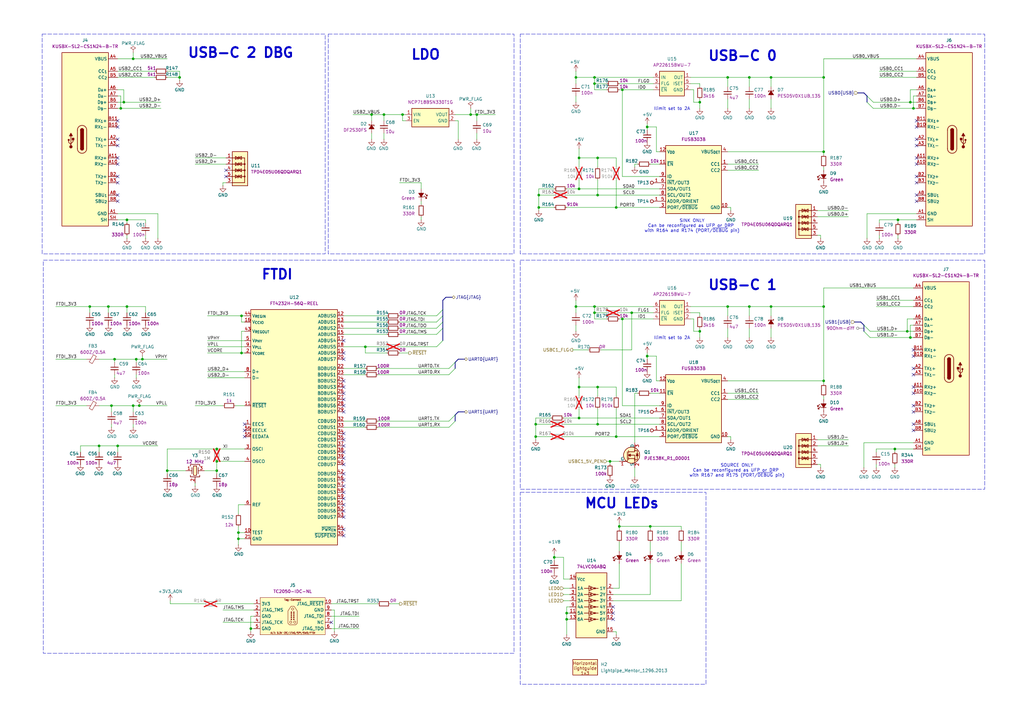
<source format=kicad_sch>
(kicad_sch (version 20250114) (generator "eeschema") (generator_version "9.0")
  (paper "A3")
  (title_block (title "BMC Reference Carrier Board") (date "2025-08-14") (rev "1.0.0"))
  (rectangle (start 213.36 201.93) (end 289.56 280.67) (stroke (width 0) (type dash)))
  (rectangle (start 17.272 13.97) (end 133.35 104.14) (stroke (width 0) (type dash)))
  (rectangle (start 213.36 106.68) (end 403.86 200.66) (stroke (width 0) (type dash)))
  (rectangle (start 134.62 13.97) (end 210.82 104.14) (stroke (width 0) (type dash)))
  (rectangle (start 17.78 106.68) (end 210.82 267.97) (stroke (width 0) (type dash)))
  (rectangle (start 213.36 13.97) (end 403.86 104.14) (stroke (width 0) (type dash)))
  (text "LDO" (at 180.848 24.892 0) (effects (font (size 4 4) (thickness 0.8) (bold yes)) (justify right bottom)))
  (text "FTDI" (at 120.396 115.062 0) (effects (font (size 4 4) (thickness 0.8) (bold yes)) (justify right bottom)))
  (text "USB-C 1" (at 319.024 119.38 0) (effects (font (size 4 4) (thickness 0.8) (bold yes)) (justify right bottom)))
  (text "SOURCE ONLY\nCan be reconfigured as UFP or DRP \nwith R167 and R175 (PORT/~{DEBUG} pin)" (at 302.26 193.04 0) (effects (font (size 1.27 1.27))))
  (text "USB-C 2 DBG" (at 120.65 24.13 0) (effects (font (size 4 4) (thickness 0.8) (bold yes)) (justify right bottom)))
  (text "Ilimit set to 2A" (at 275.59 44.704 0) (effects (font (size 1.27 1.27))))
  (text "SINK ONLY\nCan be reconfigured as UFP or DRP \nwith R164 and R174 (PORT/~{DEBUG} pin)" (at 283.845 92.71 0) (effects (font (size 1.27 1.27))))
  (text "USB-C 0" (at 319.024 25.4 0) (effects (font (size 4 4) (thickness 0.8) (bold yes)) (justify right bottom)))
  (text "Ilimit set to 2A" (at 275.59 138.684 0) (effects (font (size 1.27 1.27))))
  (text "MCU LEDs" (at 270.51 208.915 0) (effects (font (size 4 4) (thickness 0.8) (bold yes)) (justify right bottom)))
  (junction (at 232.41 254))
  (junction (at 298.45 31.75))
  (junction (at 265.43 146.05))
  (junction (at 255.27 36.83))
  (junction (at 243.84 128.27))
  (junction (at 195.58 46.99))
  (junction (at 227.33 228.6))
  (junction (at 337.82 62.23))
  (junction (at 307.34 125.73))
  (junction (at 259.08 128.27))
  (junction (at 250.19 189.23))
  (junction (at 287.02 135.89))
  (junction (at 252.73 179.07))
  (junction (at 219.71 173.99))
  (junction (at 44.45 125.73))
  (junction (at 373.38 138.43))
  (junction (at 287.02 41.91))
  (junction (at 45.72 166.37))
  (junction (at 220.98 85.09))
  (junction (at 337.82 31.75))
  (junction (at 298.45 125.73))
  (junction (at 152.4 46.99))
  (junction (at 219.71 179.07))
  (junction (at 367.03 184.15))
  (junction (at 245.11 173.99))
  (junction (at 165.1 46.99))
  (junction (at 232.41 251.46))
  (junction (at 48.26 182.88))
  (junction (at 372.11 135.89))
  (junction (at 88.9 189.23))
  (junction (at 237.49 171.45))
  (junction (at 193.04 46.99))
  (junction (at 54.61 24.13))
  (junction (at 307.34 31.75))
  (junction (at 337.82 156.21))
  (junction (at 50.8 41.91))
  (junction (at 54.61 166.37))
  (junction (at 73.66 31.75))
  (junction (at 46.99 147.32))
  (junction (at 243.84 31.75))
  (junction (at 237.49 77.47))
  (junction (at 88.9 193.04))
  (junction (at 88.9 184.15))
  (junction (at 99.06 129.54))
  (junction (at 149.86 142.24))
  (junction (at 254 215.9))
  (junction (at 99.06 144.78))
  (junction (at 55.88 147.32))
  (junction (at 373.38 41.91))
  (junction (at 245.11 80.01))
  (junction (at 102.87 257.81))
  (junction (at 316.23 31.75))
  (junction (at 157.48 46.99))
  (junction (at 245.11 64.77))
  (junction (at 266.7 215.9))
  (junction (at 337.82 125.73))
  (junction (at 237.49 158.75))
  (junction (at 36.83 125.73))
  (junction (at 58.42 147.32))
  (junction (at 220.98 80.01))
  (junction (at 49.53 44.45))
  (junction (at 40.64 182.88))
  (junction (at 252.73 85.09))
  (junction (at 316.23 125.73))
  (junction (at 237.49 64.77))
  (junction (at 97.79 220.98))
  (junction (at 243.84 34.29))
  (junction (at 52.07 125.73))
  (junction (at 245.11 158.75))
  (junction (at 255.27 130.81))
  (junction (at 57.15 166.37))
  (junction (at 52.07 90.17))
  (junction (at 374.65 44.45))
  (junction (at 236.22 31.75))
  (junction (at 368.3 90.17))
  (junction (at 68.58 193.04))
  (junction (at 97.79 218.44))
  (junction (at 236.22 125.73))
  (junction (at 265.43 52.07))
  (junction (at 243.84 125.73))
  (no_connect (at 48.26 67.31))
  (no_connect (at 374.65 168.91))
  (no_connect (at 140.97 204.47))
  (no_connect (at 140.97 194.31))
  (no_connect (at 48.26 49.53))
  (no_connect (at 140.97 207.01))
  (no_connect (at 140.97 147.32))
  (no_connect (at 374.65 151.13))
  (no_connect (at 375.92 80.01))
  (no_connect (at 251.46 251.46))
  (no_connect (at 100.33 173.99))
  (no_connect (at 374.65 176.53))
  (no_connect (at 140.97 180.34))
  (no_connect (at 48.26 52.07))
  (no_connect (at 140.97 219.71))
  (no_connect (at 48.26 57.15))
  (no_connect (at 48.26 80.01))
  (no_connect (at 140.97 139.7))
  (no_connect (at 140.97 166.37))
  (no_connect (at 140.97 209.55))
  (no_connect (at 140.97 158.75))
  (no_connect (at 100.33 176.53))
  (no_connect (at 375.92 72.39))
  (no_connect (at 374.65 143.51))
  (no_connect (at 374.65 146.05))
  (no_connect (at 140.97 199.39))
  (no_connect (at 375.92 82.55))
  (no_connect (at 48.26 72.39))
  (no_connect (at 374.65 153.67))
  (no_connect (at 375.92 52.07))
  (no_connect (at 92.71 72.39))
  (no_connect (at 48.26 59.69))
  (no_connect (at 140.97 217.17))
  (no_connect (at 374.65 173.99))
  (no_connect (at 375.92 67.31))
  (no_connect (at 100.33 179.07))
  (no_connect (at 375.92 49.53))
  (no_connect (at 140.97 168.91))
  (no_connect (at 48.26 64.77))
  (no_connect (at 140.97 163.83))
  (no_connect (at 140.97 212.09))
  (no_connect (at 140.97 177.8))
  (no_connect (at 140.97 161.29))
  (no_connect (at 92.71 69.85))
  (no_connect (at 140.97 201.93))
  (no_connect (at 140.97 187.96))
  (no_connect (at 374.65 158.75))
  (no_connect (at 375.92 64.77))
  (no_connect (at 375.92 57.15))
  (no_connect (at 374.65 166.37))
  (no_connect (at 140.97 185.42))
  (no_connect (at 140.97 196.85))
  (no_connect (at 374.65 161.29))
  (no_connect (at 140.97 156.21))
  (no_connect (at 375.92 59.69))
  (no_connect (at 135.89 255.27))
  (no_connect (at 140.97 190.5))
  (no_connect (at 140.97 144.78))
  (no_connect (at 48.26 74.93))
  (no_connect (at 375.92 74.93))
  (no_connect (at 140.97 182.88))
  (no_connect (at 251.46 254))
  (no_connect (at 251.46 248.92))
  (no_connect (at 48.26 82.55))
  (bus_entry (at 354.33 133.35) (size 2.54 2.54))
  (bus_entry (at 181.61 129.54) (size -2.54 2.54))
  (bus_entry (at 181.61 134.62) (size -2.54 2.54))
  (bus_entry (at 181.61 139.7) (size -2.54 2.54))
  (bus_entry (at 186.69 170.18) (size -2.54 2.54))
  (bus_entry (at 354.33 135.89) (size 2.54 2.54))
  (bus_entry (at 186.69 148.59) (size -2.54 2.54))
  (bus_entry (at 186.69 151.13) (size -2.54 2.54))
  (bus_entry (at 181.61 132.08) (size -2.54 2.54))
  (bus_entry (at 355.6 41.91) (size 2.54 2.54))
  (bus_entry (at 355.6 39.37) (size 2.54 2.54))
  (bus_entry (at 186.69 172.72) (size -2.54 2.54))
  (bus_entry (at 181.61 127) (size -2.54 2.54))
  (wire (pts (xy 163.83 137.16) (xy 179.07 137.16)))
  (wire (pts (xy 232.41 254) (xy 233.68 254)))
  (wire (pts (xy 251.46 243.84) (xy 266.7 243.84)))
  (wire (pts (xy 270.51 166.37) (xy 255.27 166.37)))
  (wire (pts (xy 135.89 250.19) (xy 137.16 250.19)))
  (wire (pts (xy 232.41 85.09) (xy 252.73 85.09)))
  (wire (pts (xy 243.84 34.29) (xy 243.84 31.75)))
  (wire (pts (xy 48.26 31.75) (xy 63.5 31.75)))
  (wire (pts (xy 375.92 29.21) (xy 360.68 29.21)))
  (wire (pts (xy 140.97 129.54) (xy 158.75 129.54)))
  (wire (pts (xy 58.42 147.32) (xy 68.58 147.32)))
  (wire (pts (xy 252.73 158.75) (xy 252.73 162.56)))
  (wire (pts (xy 251.46 259.08) (xy 252.73 259.08)))
  (wire (pts (xy 252.73 73.66) (xy 252.73 85.09)))
  (wire (pts (xy 311.15 161.29) (xy 298.45 161.29)))
  (wire (pts (xy 46.99 147.32) (xy 46.99 148.59)))
  (wire (pts (xy 358.14 44.45) (xy 374.65 44.45)))
  (wire (pts (xy 186.69 49.53) (xy 187.96 49.53)))
  (wire (pts (xy 316.23 138.43) (xy 316.23 134.62)))
  (wire (pts (xy 236.22 125.73) (xy 236.22 128.27)))
  (wire (pts (xy 231.14 179.07) (xy 252.73 179.07)))
  (wire (pts (xy 279.4 215.9) (xy 279.4 217.17)))
  (wire (pts (xy 298.45 179.07) (xy 299.72 179.07)))
  (wire (pts (xy 80.01 64.77) (xy 92.71 64.77)))
  (wire (pts (xy 316.23 31.75) (xy 337.82 31.75)))
  (wire (pts (xy 373.38 133.35) (xy 373.38 138.43)))
  (wire (pts (xy 220.98 85.09) (xy 220.98 86.36)))
  (wire (pts (xy 85.09 152.4) (xy 100.33 152.4)))
  (bus (pts (xy 181.61 127) (xy 181.61 129.54)))
  (wire (pts (xy 237.49 64.77) (xy 237.49 68.58)))
  (wire (pts (xy 245.11 80.01) (xy 270.51 80.01)))
  (wire (pts (xy 52.07 125.73) (xy 59.69 125.73)))
  (wire (pts (xy 66.04 41.91) (xy 50.8 41.91)))
  (wire (pts (xy 73.66 31.75) (xy 68.58 31.75)))
  (wire (pts (xy 236.22 31.75) (xy 243.84 31.75)))
  (bus (pts (xy 186.69 148.59) (xy 186.69 151.13)))
  (wire (pts (xy 48.26 36.83) (xy 50.8 36.83)))
  (wire (pts (xy 355.6 87.63) (xy 355.6 97.79)))
  (wire (pts (xy 68.58 184.15) (xy 68.58 193.04)))
  (wire (pts (xy 266.7 226.06) (xy 266.7 222.25)))
  (wire (pts (xy 195.58 46.99) (xy 203.2 46.99)))
  (wire (pts (xy 97.79 220.98) (xy 97.79 223.52)))
  (wire (pts (xy 283.21 36.83) (xy 284.48 36.83)))
  (wire (pts (xy 50.8 36.83) (xy 50.8 41.91)))
  (wire (pts (xy 102.87 252.73) (xy 102.87 257.81)))
  (wire (pts (xy 360.68 31.75) (xy 375.92 31.75)))
  (wire (pts (xy 48.26 41.91) (xy 50.8 41.91)))
  (bus (pts (xy 186.69 170.18) (xy 186.69 172.72)))
  (wire (pts (xy 243.84 125.73) (xy 267.97 125.73)))
  (wire (pts (xy 236.22 31.75) (xy 236.22 34.29)))
  (wire (pts (xy 252.73 259.08) (xy 252.73 260.35)))
  (wire (pts (xy 260.35 195.58) (xy 260.35 191.77)))
  (wire (pts (xy 347.98 88.9) (xy 335.28 88.9)))
  (wire (pts (xy 298.45 85.09) (xy 299.72 85.09)))
  (wire (pts (xy 163.83 142.24) (xy 179.07 142.24)))
  (wire (pts (xy 237.49 64.77) (xy 245.11 64.77)))
  (wire (pts (xy 336.55 96.52) (xy 336.55 97.79)))
  (wire (pts (xy 220.98 80.01) (xy 220.98 85.09)))
  (wire (pts (xy 255.27 166.37) (xy 255.27 130.81)))
  (wire (pts (xy 359.41 125.73) (xy 374.65 125.73)))
  (wire (pts (xy 48.26 90.17) (xy 52.07 90.17)))
  (wire (pts (xy 91.44 74.93) (xy 91.44 76.2)))
  (wire (pts (xy 243.84 36.83) (xy 243.84 34.29)))
  (wire (pts (xy 80.01 67.31) (xy 92.71 67.31)))
  (wire (pts (xy 335.28 190.5) (xy 336.55 190.5)))
  (wire (pts (xy 73.66 29.21) (xy 73.66 31.75)))
  (wire (pts (xy 232.41 254) (xy 232.41 251.46)))
  (bus (pts (xy 181.61 134.62) (xy 181.61 139.7)))
  (wire (pts (xy 259.08 143.51) (xy 259.08 128.27)))
  (wire (pts (xy 255.27 36.83) (xy 267.97 36.83)))
  (wire (pts (xy 227.33 228.6) (xy 227.33 229.87)))
  (wire (pts (xy 55.88 147.32) (xy 55.88 148.59)))
  (wire (pts (xy 236.22 125.73) (xy 243.84 125.73)))
  (wire (pts (xy 59.69 90.17) (xy 52.07 90.17)))
  (wire (pts (xy 374.65 181.61) (xy 354.33 181.61)))
  (wire (pts (xy 269.24 52.07) (xy 269.24 62.23)))
  (wire (pts (xy 160.02 247.65) (xy 163.83 247.65)))
  (wire (pts (xy 316.23 31.75) (xy 316.23 35.56)))
  (bus (pts (xy 190.5 168.91) (xy 187.96 168.91)))
  (wire (pts (xy 99.06 144.78) (xy 100.33 144.78)))
  (wire (pts (xy 231.14 237.49) (xy 233.68 237.49)))
  (wire (pts (xy 255.27 130.81) (xy 267.97 130.81)))
  (wire (pts (xy 237.49 73.66) (xy 237.49 77.47)))
  (wire (pts (xy 237.49 171.45) (xy 270.51 171.45)))
  (wire (pts (xy 360.68 90.17) (xy 360.68 91.44)))
  (wire (pts (xy 140.97 134.62) (xy 158.75 134.62)))
  (wire (pts (xy 97.79 215.9) (xy 97.79 218.44)))
  (wire (pts (xy 316.23 125.73) (xy 337.82 125.73)))
  (wire (pts (xy 22.86 166.37) (xy 35.56 166.37)))
  (wire (pts (xy 250.19 189.23) (xy 250.19 190.5)))
  (wire (pts (xy 154.94 153.67) (xy 184.15 153.67)))
  (wire (pts (xy 85.09 129.54) (xy 99.06 129.54)))
  (wire (pts (xy 248.92 189.23) (xy 250.19 189.23)))
  (bus (pts (xy 186.69 148.59) (xy 187.96 147.32)))
  (wire (pts (xy 234.95 143.51) (xy 241.3 143.51)))
  (wire (pts (xy 299.72 85.09) (xy 299.72 86.36)))
  (wire (pts (xy 232.41 248.92) (xy 233.68 248.92)))
  (wire (pts (xy 259.08 128.27) (xy 267.97 128.27)))
  (bus (pts (xy 351.79 38.1) (xy 354.33 38.1)))
  (wire (pts (xy 373.38 36.83) (xy 373.38 41.91)))
  (wire (pts (xy 58.42 146.05) (xy 58.42 147.32)))
  (bus (pts (xy 354.33 133.35) (xy 354.33 135.89)))
  (wire (pts (xy 372.11 130.81) (xy 372.11 135.89)))
  (wire (pts (xy 91.44 250.19) (xy 104.14 250.19)))
  (wire (pts (xy 33.02 182.88) (xy 33.02 185.42)))
  (wire (pts (xy 163.83 132.08) (xy 179.07 132.08)))
  (wire (pts (xy 219.71 171.45) (xy 226.06 171.45)))
  (wire (pts (xy 248.92 130.81) (xy 243.84 130.81)))
  (wire (pts (xy 45.72 175.26) (xy 45.72 173.99)))
  (wire (pts (xy 44.45 125.73) (xy 52.07 125.73)))
  (wire (pts (xy 48.26 24.13) (xy 54.61 24.13)))
  (wire (pts (xy 165.1 46.99) (xy 166.37 46.99)))
  (wire (pts (xy 219.71 173.99) (xy 219.71 179.07)))
  (wire (pts (xy 237.49 167.64) (xy 237.49 171.45)))
  (wire (pts (xy 68.58 29.21) (xy 73.66 29.21)))
  (wire (pts (xy 265.43 52.07) (xy 269.24 52.07)))
  (bus (pts (xy 353.06 132.08) (xy 354.33 133.35)))
  (wire (pts (xy 232.41 80.01) (xy 245.11 80.01)))
  (wire (pts (xy 284.48 41.91) (xy 287.02 41.91)))
  (wire (pts (xy 48.26 182.88) (xy 48.26 185.42)))
  (wire (pts (xy 227.33 227.33) (xy 227.33 228.6)))
  (wire (pts (xy 40.64 147.32) (xy 46.99 147.32)))
  (wire (pts (xy 243.84 128.27) (xy 248.92 128.27)))
  (wire (pts (xy 88.9 184.15) (xy 100.33 184.15)))
  (wire (pts (xy 92.71 74.93) (xy 91.44 74.93)))
  (wire (pts (xy 163.83 129.54) (xy 179.07 129.54)))
  (wire (pts (xy 166.37 49.53) (xy 165.1 49.53)))
  (wire (pts (xy 359.41 190.5) (xy 359.41 191.77)))
  (wire (pts (xy 265.43 50.8) (xy 265.43 52.07)))
  (wire (pts (xy 102.87 259.08) (xy 102.87 257.81)))
  (wire (pts (xy 374.65 184.15) (xy 367.03 184.15)))
  (wire (pts (xy 269.24 62.23) (xy 270.51 62.23)))
  (wire (pts (xy 284.48 36.83) (xy 284.48 41.91)))
  (wire (pts (xy 307.34 31.75) (xy 316.23 31.75)))
  (wire (pts (xy 172.72 82.55) (xy 172.72 83.82)))
  (wire (pts (xy 374.65 138.43) (xy 373.38 138.43)))
  (bus (pts (xy 186.69 170.18) (xy 187.96 168.91)))
  (wire (pts (xy 287.02 34.29) (xy 287.02 35.56)))
  (bus (pts (xy 190.5 147.32) (xy 187.96 147.32)))
  (wire (pts (xy 195.58 46.99) (xy 195.58 49.53)))
  (wire (pts (xy 154.94 172.72) (xy 184.15 172.72)))
  (wire (pts (xy 157.48 46.99) (xy 165.1 46.99)))
  (wire (pts (xy 231.14 173.99) (xy 245.11 173.99)))
  (wire (pts (xy 337.82 125.73) (xy 337.82 156.21)))
  (wire (pts (xy 254 128.27) (xy 259.08 128.27)))
  (wire (pts (xy 375.92 36.83) (xy 373.38 36.83)))
  (wire (pts (xy 40.64 166.37) (xy 45.72 166.37)))
  (wire (pts (xy 80.01 198.12) (xy 80.01 199.39)))
  (wire (pts (xy 227.33 228.6) (xy 231.14 228.6)))
  (wire (pts (xy 73.66 31.75) (xy 73.66 33.02)))
  (wire (pts (xy 354.33 181.61) (xy 354.33 191.77)))
  (wire (pts (xy 22.86 147.32) (xy 35.56 147.32)))
  (wire (pts (xy 88.9 189.23) (xy 100.33 189.23)))
  (wire (pts (xy 284.48 130.81) (xy 284.48 135.89)))
  (wire (pts (xy 245.11 158.75) (xy 252.73 158.75)))
  (wire (pts (xy 237.49 158.75) (xy 237.49 162.56)))
  (wire (pts (xy 307.34 31.75) (xy 307.34 35.56)))
  (wire (pts (xy 100.33 132.08) (xy 99.06 132.08)))
  (wire (pts (xy 104.14 252.73) (xy 102.87 252.73)))
  (wire (pts (xy 68.58 184.15) (xy 88.9 184.15)))
  (wire (pts (xy 266.7 215.9) (xy 266.7 217.17)))
  (wire (pts (xy 140.97 172.72) (xy 149.86 172.72)))
  (wire (pts (xy 231.14 228.6) (xy 231.14 237.49)))
  (wire (pts (xy 374.65 130.81) (xy 372.11 130.81)))
  (wire (pts (xy 140.97 153.67) (xy 149.86 153.67)))
  (wire (pts (xy 311.15 69.85) (xy 298.45 69.85)))
  (wire (pts (xy 360.68 90.17) (xy 368.3 90.17)))
  (wire (pts (xy 269.24 156.21) (xy 270.51 156.21)))
  (wire (pts (xy 52.07 90.17) (xy 52.07 91.44)))
  (wire (pts (xy 251.46 241.3) (xy 254 241.3)))
  (wire (pts (xy 49.53 39.37) (xy 49.53 44.45)))
  (wire (pts (xy 266.7 231.14) (xy 266.7 243.84)))
  (wire (pts (xy 172.72 74.93) (xy 172.72 77.47)))
  (wire (pts (xy 279.4 231.14) (xy 279.4 246.38)))
  (wire (pts (xy 165.1 46.99) (xy 165.1 49.53)))
  (wire (pts (xy 140.97 151.13) (xy 149.86 151.13)))
  (wire (pts (xy 187.96 49.53) (xy 187.96 57.15)))
  (wire (pts (xy 135.89 247.65) (xy 154.94 247.65)))
  (wire (pts (xy 250.19 189.23) (xy 254 189.23)))
  (wire (pts (xy 374.65 123.19) (xy 359.41 123.19)))
  (wire (pts (xy 163.83 134.62) (xy 179.07 134.62)))
  (wire (pts (xy 266.7 215.9) (xy 279.4 215.9)))
  (wire (pts (xy 144.78 46.99) (xy 152.4 46.99)))
  (wire (pts (xy 298.45 31.75) (xy 298.45 35.56)))
  (wire (pts (xy 254 214.63) (xy 254 215.9)))
  (wire (pts (xy 337.82 162.56) (xy 337.82 163.83)))
  (bus (pts (xy 181.61 132.08) (xy 181.61 134.62)))
  (wire (pts (xy 358.14 41.91) (xy 373.38 41.91)))
  (wire (pts (xy 57.15 166.37) (xy 68.58 166.37)))
  (wire (pts (xy 219.71 173.99) (xy 226.06 173.99)))
  (wire (pts (xy 375.92 41.91) (xy 373.38 41.91)))
  (bus (pts (xy 355.6 39.37) (xy 355.6 41.91)))
  (wire (pts (xy 40.64 182.88) (xy 40.64 185.42)))
  (wire (pts (xy 99.06 135.89) (xy 100.33 135.89)))
  (wire (pts (xy 137.16 250.19) (xy 137.16 259.08)))
  (wire (pts (xy 307.34 31.75) (xy 298.45 31.75)))
  (wire (pts (xy 149.86 144.78) (xy 158.75 144.78)))
  (wire (pts (xy 251.46 246.38) (xy 279.4 246.38)))
  (wire (pts (xy 311.15 67.31) (xy 298.45 67.31)))
  (wire (pts (xy 46.99 154.94) (xy 46.99 153.67)))
  (wire (pts (xy 154.94 175.26) (xy 184.15 175.26)))
  (wire (pts (xy 254 215.9) (xy 254 217.17)))
  (wire (pts (xy 54.61 175.26) (xy 54.61 173.99)))
  (wire (pts (xy 265.43 144.78) (xy 265.43 146.05)))
  (wire (pts (xy 232.41 251.46) (xy 232.41 248.92)))
  (wire (pts (xy 36.83 125.73) (xy 44.45 125.73)))
  (wire (pts (xy 152.4 46.99) (xy 157.48 46.99)))
  (wire (pts (xy 147.32 257.81) (xy 135.89 257.81)))
  (wire (pts (xy 157.48 46.99) (xy 157.48 49.53)))
  (wire (pts (xy 298.45 156.21) (xy 337.82 156.21)))
  (wire (pts (xy 316.23 44.45) (xy 316.23 40.64)))
  (wire (pts (xy 96.52 166.37) (xy 100.33 166.37)))
  (wire (pts (xy 237.49 154.94) (xy 237.49 158.75)))
  (wire (pts (xy 186.69 46.99) (xy 193.04 46.99)))
  (wire (pts (xy 356.87 138.43) (xy 373.38 138.43)))
  (wire (pts (xy 337.82 31.75) (xy 337.82 62.23)))
  (wire (pts (xy 254 130.81) (xy 255.27 130.81)))
  (wire (pts (xy 298.45 62.23) (xy 337.82 62.23)))
  (wire (pts (xy 48.26 87.63) (xy 64.77 87.63)))
  (wire (pts (xy 57.15 166.37) (xy 54.61 166.37)))
  (wire (pts (xy 231.14 241.3) (xy 233.68 241.3)))
  (wire (pts (xy 287.02 41.91) (xy 287.02 44.45)))
  (wire (pts (xy 269.24 146.05) (xy 269.24 156.21)))
  (wire (pts (xy 97.79 218.44) (xy 100.33 218.44)))
  (wire (pts (xy 54.61 168.91) (xy 54.61 166.37)))
  (wire (pts (xy 236.22 123.19) (xy 236.22 125.73)))
  (wire (pts (xy 52.07 97.79) (xy 52.07 96.52)))
  (wire (pts (xy 68.58 24.13) (xy 54.61 24.13)))
  (wire (pts (xy 260.35 161.29) (xy 260.35 181.61)))
  (wire (pts (xy 347.98 182.88) (xy 335.28 182.88)))
  (wire (pts (xy 254 34.29) (xy 267.97 34.29)))
  (wire (pts (xy 254 215.9) (xy 266.7 215.9)))
  (wire (pts (xy 243.84 34.29) (xy 248.92 34.29)))
  (wire (pts (xy 237.49 77.47) (xy 270.51 77.47)))
  (wire (pts (xy 68.58 193.04) (xy 68.58 194.31)))
  (wire (pts (xy 45.72 168.91) (xy 45.72 166.37)))
  (wire (pts (xy 40.64 182.88) (xy 33.02 182.88)))
  (bus (pts (xy 185.42 121.92) (xy 182.88 121.92)))
  (wire (pts (xy 245.11 173.99) (xy 270.51 173.99)))
  (wire (pts (xy 163.83 144.78) (xy 167.64 144.78)))
  (wire (pts (xy 374.65 39.37) (xy 374.65 44.45)))
  (wire (pts (xy 283.21 128.27) (xy 287.02 128.27)))
  (wire (pts (xy 80.01 166.37) (xy 91.44 166.37)))
  (wire (pts (xy 243.84 130.81) (xy 243.84 128.27)))
  (wire (pts (xy 48.26 182.88) (xy 40.64 182.88)))
  (wire (pts (xy 59.69 125.73) (xy 59.69 128.27)))
  (wire (pts (xy 245.11 64.77) (xy 252.73 64.77)))
  (wire (pts (xy 375.92 39.37) (xy 374.65 39.37)))
  (wire (pts (xy 140.97 175.26) (xy 149.86 175.26)))
  (wire (pts (xy 48.26 39.37) (xy 49.53 39.37)))
  (bus (pts (xy 181.61 123.19) (xy 182.88 121.92)))
  (wire (pts (xy 261.62 161.29) (xy 260.35 161.29)))
  (wire (pts (xy 375.92 90.17) (xy 368.3 90.17)))
  (wire (pts (xy 299.72 179.07) (xy 299.72 180.34)))
  (wire (pts (xy 45.72 166.37) (xy 54.61 166.37)))
  (wire (pts (xy 231.14 246.38) (xy 233.68 246.38)))
  (wire (pts (xy 360.68 96.52) (xy 360.68 97.79)))
  (wire (pts (xy 172.72 88.9) (xy 172.72 90.17)))
  (wire (pts (xy 76.2 193.04) (xy 68.58 193.04)))
  (wire (pts (xy 232.41 251.46) (xy 233.68 251.46)))
  (wire (pts (xy 368.3 90.17) (xy 368.3 91.44)))
  (wire (pts (xy 245.11 158.75) (xy 245.11 162.56)))
  (wire (pts (xy 248.92 36.83) (xy 243.84 36.83)))
  (wire (pts (xy 374.65 135.89) (xy 372.11 135.89)))
  (wire (pts (xy 193.04 44.45) (xy 193.04 46.99)))
  (wire (pts (xy 287.02 128.27) (xy 287.02 129.54)))
  (wire (pts (xy 283.21 130.81) (xy 284.48 130.81)))
  (wire (pts (xy 337.82 118.11) (xy 374.65 118.11)))
  (wire (pts (xy 283.21 31.75) (xy 298.45 31.75)))
  (wire (pts (xy 102.87 257.81) (xy 104.14 257.81)))
  (wire (pts (xy 154.94 151.13) (xy 184.15 151.13)))
  (wire (pts (xy 375.92 44.45) (xy 374.65 44.45)))
  (wire (pts (xy 237.49 158.75) (xy 245.11 158.75)))
  (wire (pts (xy 36.83 125.73) (xy 36.83 128.27)))
  (wire (pts (xy 55.88 154.94) (xy 55.88 153.67)))
  (wire (pts (xy 266.7 67.31) (xy 270.51 67.31)))
  (wire (pts (xy 236.22 41.91) (xy 236.22 39.37)))
  (wire (pts (xy 149.86 142.24) (xy 149.86 144.78)))
  (wire (pts (xy 220.98 80.01) (xy 227.33 80.01)))
  (wire (pts (xy 287.02 135.89) (xy 287.02 138.43)))
  (wire (pts (xy 66.04 44.45) (xy 49.53 44.45)))
  (wire (pts (xy 237.49 60.96) (xy 237.49 64.77)))
  (wire (pts (xy 88.9 193.04) (xy 88.9 194.31)))
  (wire (pts (xy 220.98 85.09) (xy 227.33 85.09)))
  (wire (pts (xy 59.69 90.17) (xy 59.69 91.44)))
  (wire (pts (xy 254 226.06) (xy 254 222.25)))
  (wire (pts (xy 219.71 179.07) (xy 219.71 180.34)))
  (wire (pts (xy 359.41 184.15) (xy 367.03 184.15)))
  (wire (pts (xy 265.43 147.32) (xy 265.43 146.05)))
  (wire (pts (xy 316.23 125.73) (xy 316.23 129.54)))
  (wire (pts (xy 44.45 125.73) (xy 44.45 128.27)))
  (wire (pts (xy 140.97 137.16) (xy 158.75 137.16)))
  (wire (pts (xy 245.11 73.66) (xy 245.11 80.01)))
  (wire (pts (xy 270.51 72.39) (xy 255.27 72.39)))
  (wire (pts (xy 91.44 255.27) (xy 104.14 255.27)))
  (wire (pts (xy 287.02 135.89) (xy 287.02 134.62)))
  (wire (pts (xy 245.11 64.77) (xy 245.11 68.58)))
  (wire (pts (xy 260.35 67.31) (xy 260.35 68.58)))
  (wire (pts (xy 347.98 86.36) (xy 335.28 86.36)))
  (wire (pts (xy 243.84 31.75) (xy 267.97 31.75)))
  (wire (pts (xy 52.07 125.73) (xy 52.07 128.27)))
  (wire (pts (xy 307.34 125.73) (xy 298.45 125.73)))
  (wire (pts (xy 265.43 146.05) (xy 269.24 146.05)))
  (wire (pts (xy 335.28 96.52) (xy 336.55 96.52)))
  (wire (pts (xy 243.84 128.27) (xy 243.84 125.73)))
  (wire (pts (xy 140.97 132.08) (xy 158.75 132.08)))
  (wire (pts (xy 245.11 167.64) (xy 245.11 173.99)))
  (wire (pts (xy 88.9 189.23) (xy 88.9 193.04)))
  (wire (pts (xy 69.85 247.65) (xy 83.82 247.65)))
  (wire (pts (xy 149.86 142.24) (xy 158.75 142.24)))
  (wire (pts (xy 283.21 34.29) (xy 287.02 34.29)))
  (wire (pts (xy 193.04 46.99) (xy 195.58 46.99)))
  (wire (pts (xy 97.79 207.01) (xy 100.33 207.01)))
  (wire (pts (xy 64.77 87.63) (xy 64.77 97.79)))
  (wire (pts (xy 55.88 147.32) (xy 58.42 147.32)))
  (wire (pts (xy 252.73 167.64) (xy 252.73 179.07)))
  (wire (pts (xy 252.73 64.77) (xy 252.73 68.58)))
  (wire (pts (xy 99.06 129.54) (xy 100.33 129.54)))
  (wire (pts (xy 252.73 179.07) (xy 270.51 179.07)))
  (wire (pts (xy 147.32 252.73) (xy 135.89 252.73)))
  (wire (pts (xy 100.33 220.98) (xy 97.79 220.98)))
  (wire (pts (xy 219.71 171.45) (xy 219.71 173.99)))
  (wire (pts (xy 99.06 144.78) (xy 99.06 135.89)))
  (wire (pts (xy 85.09 154.94) (xy 100.33 154.94)))
  (wire (pts (xy 63.5 29.21) (xy 48.26 29.21)))
  (wire (pts (xy 255.27 72.39) (xy 255.27 36.83)))
  (wire (pts (xy 85.09 139.7) (xy 100.33 139.7)))
  (wire (pts (xy 140.97 142.24) (xy 149.86 142.24)))
  (wire (pts (xy 83.82 193.04) (xy 88.9 193.04)))
  (wire (pts (xy 307.34 125.73) (xy 307.34 129.54)))
  (wire (pts (xy 336.55 190.5) (xy 336.55 191.77)))
  (wire (pts (xy 368.3 97.79) (xy 368.3 96.52)))
  (wire (pts (xy 265.43 53.34) (xy 265.43 52.07)))
  (wire (pts (xy 236.22 135.89) (xy 236.22 133.35)))
  (wire (pts (xy 337.82 62.23) (xy 337.82 63.5)))
  (wire (pts (xy 375.92 87.63) (xy 355.6 87.63)))
  (wire (pts (xy 356.87 135.89) (xy 372.11 135.89)))
  (bus (pts (xy 181.61 123.19) (xy 181.61 127)))
  (wire (pts (xy 337.82 118.11) (xy 337.82 125.73)))
  (wire (pts (xy 298.45 40.64) (xy 298.45 44.45)))
  (wire (pts (xy 46.99 147.32) (xy 55.88 147.32)))
  (wire (pts (xy 97.79 207.01) (xy 97.79 210.82)))
  (wire (pts (xy 367.03 184.15) (xy 367.03 185.42)))
  (wire (pts (xy 232.41 77.47) (xy 237.49 77.47)))
  (wire (pts (xy 307.34 40.64) (xy 307.34 44.45)))
  (wire (pts (xy 337.82 156.21) (xy 337.82 157.48)))
  (wire (pts (xy 359.41 184.15) (xy 359.41 185.42)))
  (wire (pts (xy 231.14 171.45) (xy 237.49 171.45)))
  (wire (pts (xy 22.86 125.73) (xy 36.83 125.73)))
  (wire (pts (xy 85.09 144.78) (xy 99.06 144.78)))
  (wire (pts (xy 48.26 44.45) (xy 49.53 44.45)))
  (wire (pts (xy 163.83 74.93) (xy 172.72 74.93)))
  (wire (pts (xy 236.22 29.21) (xy 236.22 31.75)))
  (bus (pts (xy 350.52 132.08) (xy 353.06 132.08)))
  (wire (pts (xy 337.82 24.13) (xy 375.92 24.13)))
  (wire (pts (xy 59.69 96.52) (xy 59.69 97.79)))
  (wire (pts (xy 307.34 125.73) (xy 316.23 125.73)))
  (wire (pts (xy 287.02 41.91) (xy 287.02 40.64)))
  (wire (pts (xy 88.9 247.65) (xy 104.14 247.65)))
  (wire (pts (xy 261.62 67.31) (xy 260.35 67.31)))
  (wire (pts (xy 219.71 179.07) (xy 226.06 179.07)))
  (wire (pts (xy 64.77 182.88) (xy 48.26 182.88)))
  (wire (pts (xy 85.09 142.24) (xy 100.33 142.24)))
  (wire (pts (xy 284.48 135.89) (xy 287.02 135.89)))
  (wire (pts (xy 54.61 21.59) (xy 54.61 24.13)))
  (wire (pts (xy 231.14 243.84) (xy 233.68 243.84)))
  (wire (pts (xy 195.58 57.15) (xy 195.58 54.61)))
  (wire (pts (xy 283.21 125.73) (xy 298.45 125.73)))
  (wire (pts (xy 298.45 134.62) (xy 298.45 138.43)))
  (wire (pts (xy 311.15 163.83) (xy 298.45 163.83)))
  (wire (pts (xy 152.4 46.99) (xy 152.4 49.53)))
  (wire (pts (xy 337.82 68.58) (xy 337.82 69.85)))
  (wire (pts (xy 97.79 218.44) (xy 97.79 220.98)))
  (wire (pts (xy 220.98 77.47) (xy 227.33 77.47)))
  (wire (pts (xy 220.98 77.47) (xy 220.98 80.01)))
  (wire (pts (xy 152.4 54.61) (xy 152.4 57.15)))
  (wire (pts (xy 69.85 246.38) (xy 69.85 247.65)))
  (bus (pts (xy 181.61 129.54) (xy 181.61 132.08)))
  (wire (pts (xy 99.06 132.08) (xy 99.06 129.54)))
  (wire (pts (xy 374.65 133.35) (xy 373.38 133.35)))
  (wire (pts (xy 337.82 24.13) (xy 337.82 31.75)))
  (wire (pts (xy 347.98 180.34) (xy 335.28 180.34)))
  (wire (pts (xy 254 231.14) (xy 254 241.3)))
  (wire (pts (xy 252.73 85.09) (xy 270.51 85.09)))
  (wire (pts (xy 367.03 191.77) (xy 367.03 190.5)))
  (wire (pts (xy 266.7 161.29) (xy 270.51 161.29)))
  (bus (pts (xy 354.33 38.1) (xy 355.6 39.37)))
  (wire (pts (xy 307.34 134.62) (xy 307.34 138.43)))
  (wire (pts (xy 279.4 226.06) (xy 279.4 222.25)))
  (wire (pts (xy 298.45 125.73) (xy 298.45 129.54)))
  (wire (pts (xy 232.41 260.35) (xy 232.41 254)))
  (wire (pts (xy 157.48 57.15) (xy 157.48 54.61)))
  (wire (pts (xy 254 36.83) (xy 255.27 36.83)))
  (wire (pts (xy 246.38 143.51) (xy 259.08 143.51)))
  (label "USB0.D-" (at 369.57 44.45 180))
  (label "SCL2" (at 259.08 173.99 180))
  (label "USB0.D+" (at 369.57 41.91 180))
  (label "UART1.RX" (at 171.45 175.26 0))
  (label "USB2_CC2" (at 58.42 31.75 180))
  (label "USB1.D-" (at 368.3 138.43 180))
  (label "USB2_D+" (at 66.04 41.91 180))
  (label "VCORE" (at 64.77 182.88 180))
  (label "USB1_VBUS" (at 359.41 118.11 180))
  (label "VCORE" (at 85.09 144.78 0))
  (label "JTAG.TDI" (at 147.32 252.73 180))
  (label "VPLL" (at 68.58 166.37 180))
  (label "JTAG.TDI" (at 166.37 132.08 0))
  (label "USB0_CC1" (at 311.15 67.31 180))
  (label "XO" (at 91.44 189.23 0))
  (label "UART0.RX" (at 171.45 153.67 0))
  (label "FTDI_3V3" (at 22.86 166.37 0))
  (label "USB0_CC1" (at 360.68 29.21 0))
  (label "JTAG.TMS" (at 91.44 250.19 0))
  (label "FTDI_3V3" (at 203.2 46.99 180))
  (label "USB1.D+" (at 368.3 135.89 180))
  (label "FTDI_3V3" (at 22.86 147.32 0))
  (label "USB0_CC2" (at 311.15 69.85 180))
  (label "UART0.TX" (at 171.45 151.13 0))
  (label "USB2_D+" (at 80.01 67.31 0))
  (label "USB0.D-" (at 347.98 86.36 180))
  (label "USB1.D+" (at 347.98 182.88 180))
  (label "FLG0" (at 261.62 34.29 0))
  (label "JTAG.TDO" (at 166.37 134.62 0))
  (label "PORT2" (at 250.19 179.07 180))
  (label "ID1" (at 261.62 130.81 0))
  (label "USB1.D-" (at 347.98 180.34 180))
  (label "VPHY" (at 68.58 147.32 180))
  (label "SDA1" (at 259.08 171.45 180))
  (label "USB1_CC2" (at 311.15 163.83 180))
  (label "XI" (at 91.44 184.15 0))
  (label "USB1_CC2" (at 359.41 125.73 0))
  (label "USB2_D-" (at 66.04 44.45 180))
  (label "ID0" (at 261.62 36.83 0))
  (label "USB1_CC1" (at 311.15 161.29 180))
  (label "UART1.TX" (at 171.45 172.72 0))
  (label "JTAG.TMS" (at 166.37 137.16 0))
  (label "FTDI_3V3" (at 85.09 129.54 0))
  (label "JTAG.TRST" (at 166.37 142.24 0))
  (label "FLG1" (at 261.62 128.27 0))
  (label "JTAG.TRST" (at 147.32 247.65 180))
  (label "FTDI_3V3" (at 22.86 125.73 0))
  (label "JTAG.TCK" (at 166.37 129.54 0))
  (label "JTAG.TDO" (at 147.32 257.81 180))
  (label "USB2_D-" (at 85.09 154.94 0))
  (label "USB0_VBUS" (at 360.68 24.13 180))
  (label "USB2_VBUS" (at 144.78 46.99 0))
  (label "USB2_VBUS" (at 68.58 24.13 180))
  (label "USB1_CC1" (at 359.41 123.19 0))
  (label "USB2_D-" (at 80.01 64.77 0))
  (label "PORT0" (at 260.35 85.09 180))
  (label "VPLL" (at 85.09 142.24 0))
  (label "JTAG.TCK" (at 91.44 255.27 0))
  (label "SCL0" (at 260.35 80.01 180))
  (label "USB2_D+" (at 85.09 152.4 0))
  (label "FTDI_3V3" (at 163.83 74.93 0))
  (label "FTDI_3V3" (at 80.01 166.37 0))
  (label "VPHY" (at 85.09 139.7 0))
  (label "USB0.D+" (at 347.98 88.9 180))
  (label "USB0_CC2" (at 360.68 31.75 0))
  (label "USB2_CC1" (at 58.42 29.21 180))
  (label "SDA0" (at 260.35 77.47 180))
  (hierarchical_label "~{RESET}" (shape output) (at 163.83 247.65 0))
  (hierarchical_label "USBC1_FLG" (shape output) (at 234.95 143.51 180))
  (hierarchical_label "JTAG{JTAG}" (shape bidirectional) (at 185.42 121.92 0))
  (hierarchical_label "~{RESET}" (shape output) (at 167.64 144.78 0))
  (hierarchical_label "USB0{USB}" (shape input) (at 351.79 38.1 180))
  (hierarchical_label "LED2" (shape input) (at 231.14 246.38 180))
  (hierarchical_label "LED0" (shape input) (at 231.14 241.3 180))
  (hierarchical_label "USBC1_5V_PEN" (shape input) (at 248.92 189.23 180))
  (hierarchical_label "UART1{UART}" (shape bidirectional) (at 190.5 168.91 0))
  (hierarchical_label "LED1" (shape input) (at 231.14 243.84 180))
  (hierarchical_label "USB1{USB}" (shape input) (at 350.52 132.08 180))
  (hierarchical_label "UART0{UART}" (shape bidirectional) (at 190.5 147.32 0))
  (netclass_flag "" (length 2.54) (shape round) (at 354.33 134.62 90) (property "Netclass" "90Ohm-diff" (at 350.52 134.62 0) (effects (justify right))))
  (symbol (lib_id "antmicroResistors0402:R_100R_0402") (at 149.86 153.67 0) (mirror x) (unit 1)
    (property "Reference" "R158" (at 147.574 152.654 0))
    (property "Value" "R_100R_0402" (effects (hide yes)))
    (property "Footprint" "antmicro-footprints:R_0402_1005Metric" (effects (hide yes)))
    (property "Datasheet" "https://www.bourns.com/docs/product-datasheets/cr.pdf" (effects (hide yes)))
    (property "Description" "SMD Chip Resistor, 100 ohm, ± 1%, 62.5 mW, 0402 [1005 Metric], Thick Film, General Purpose" (effects (hide yes)))
    (property "MPN" "CR0402-FX-1000GLF" (effects (hide yes)))
    (property "Manufacturer" "Bourns" (effects (hide yes)))
    (property "License" "Apache-2.0" (effects (hide yes)))
    (property "Author" "Antmicro" (effects (hide yes)))
    (property "Val" "100R" (at 157.226 152.654 0))
    (property "Tolerance" "1%" (effects (hide yes)))
  )
  (symbol (lib_id "antmicropower:GND") (at 195.58 57.15 0) (mirror y) (unit 1)
    (property "Reference" "#PWR0131" (effects (hide yes)))
    (property "Value" "GND" (at 197.485 61.595 0) (effects (justify left bottom)))
    (property "Author" "Antmicro" (effects (hide yes)))
    (property "License" "Apache-2.0" (effects (hide yes)))
  )
  (symbol (lib_id "antmicroCapacitors0402:C_100n_0402") (at 359.41 185.42 90) (mirror x) (unit 1)
    (property "Reference" "C15" (at 361.188 186.182 90) (effects (justify right)))
    (property "Value" "C_100n_0402" (effects (hide yes)))
    (property "Footprint" "antmicro-footprints:C_0402_1005Metric" (effects (hide yes)))
    (property "Datasheet" "https://www.murata.com/products/productdetail?partno=GRM155R61H104KE14%23" (effects (hide yes)))
    (property "Description" "SMD Multilayer Ceramic Capacitor, 0.1 µF, 50 V, 0402 [1005 Metric], ± 10%, X5R, GRM Series" (effects (hide yes)))
    (property "MPN" "GRM155R61H104KE14D" (effects (hide yes)))
    (property "Manufacturer" "Murata" (effects (hide yes)))
    (property "License" "Apache-2.0" (effects (hide yes)))
    (property "Author" "Antmicro" (effects (hide yes)))
    (property "Val" "100n" (at 360.172 190.246 90) (effects (justify right)))
    (property "Voltage" "50V" (effects (hide yes)))
    (property "Dielectric" "X5R" (effects (hide yes)))
  )
  (symbol (lib_id "antmicroLEDIndicationDiscrete:LED_G_0402_VLMTG1500-GS08") (at 266.7 231.14 90) (unit 1)
    (property "Reference" "D5" (at 269.24 227.33 90) (effects (justify right)))
    (property "Value" "LED_G_0402_VLMTG1500-GS08" (effects (hide yes)))
    (property "Footprint" "antmicro-footprints:LED_0402_1005Metric_G" (effects (hide yes)))
    (property "Datasheet" "https://www.vishay.com/docs/82554/vlmo1500.pdf" (effects (hide yes)))
    (property "Description" "LED, Green, SMD, 1005, 5 mA, 3.1 V, 535 nm" (effects (hide yes)))
    (property "MPN" "VLMTG1500-GS08" (effects (hide yes)))
    (property "Manufacturer" "Vishay" (effects (hide yes)))
    (property "Color" "Green" (at 269.24 229.8699 90) (effects (justify right)))
    (property "Author" "Antmicro" (effects (hide yes)))
    (property "License" "Apache-2.0" (effects (hide yes)))
  )
  (symbol (lib_id "antmicroCapacitors0402:C_4u7_0402") (at 298.45 134.62 90) (unit 1)
    (property "Reference" "C76" (at 299.085 130.175 90) (effects (justify right)))
    (property "Value" "C_4u7_0402" (effects (hide yes)))
    (property "Footprint" "antmicro-footprints:C_0402_1005Metric" (effects (hide yes)))
    (property "Datasheet" "https://www.murata.com/products/productdetail?partno=GRM155R61A475MEAA%23" (effects (hide yes)))
    (property "Description" "SMD Multilayer Ceramic Capacitor, 4.7 µF, 10 V, 0402 [1005 Metric], ± 20%, X5R, GRM Series" (effects (hide yes)))
    (property "MPN" "GRM155R61A475MEAAD" (effects (hide yes)))
    (property "Manufacturer" "Murata" (effects (hide yes)))
    (property "License" "Apache-2.0" (effects (hide yes)))
    (property "Author" "Antmicro" (effects (hide yes)))
    (property "Val" "4u7" (at 299.085 133.985 90) (effects (justify right)))
  )
  (symbol (lib_id "antmicroLEDIndicationDiscrete:LED_G_0402_VLMTG1500-GS08") (at 337.82 74.93 90) (unit 1)
    (property "Reference" "D9" (at 340.36 71.12 90) (effects (justify right)))
    (property "Value" "LED_G_0402_VLMTG1500-GS08" (effects (hide yes)))
    (property "Footprint" "antmicro-footprints:LED_0402_1005Metric_G" (effects (hide yes)))
    (property "Datasheet" "https://www.vishay.com/docs/82554/vlmo1500.pdf" (effects (hide yes)))
    (property "Description" "LED, Green, SMD, 1005, 5 mA, 3.1 V, 535 nm" (effects (hide yes)))
    (property "MPN" "VLMTG1500-GS08" (effects (hide yes)))
    (property "Manufacturer" "Vishay" (effects (hide yes)))
    (property "Color" "Green" (at 340.36 73.6599 90) (effects (justify right)))
    (property "Author" "Antmicro" (effects (hide yes)))
    (property "License" "Apache-2.0" (effects (hide yes)))
  )
  (symbol (lib_name "GND_3") (lib_id "antmicropower:GND") (at 265.43 58.42 0) (mirror y) (unit 1)
    (property "Reference" "#PWR0149" (effects (hide yes)))
    (property "Value" "GND" (at 265.43 62.23 0))
    (property "Author" "Antmicro" (effects (hide yes)))
    (property "License" "Apache-2.0" (effects (hide yes)))
  )
  (symbol (lib_id "antmicroResistors0402:R_0R_0402") (at 158.75 132.08 0) (unit 1)
    (property "Reference" "R155" (at 156.845 130.81 0))
    (property "Value" "R_0R_0402" (effects (hide yes)))
    (property "Footprint" "antmicro-footprints:R_0402_1005Metric" (effects (hide yes)))
    (property "Datasheet" "https://industrial.panasonic.com/cdbs/www-data/pdf/RDA0000/AOA0000C301.pdf" (effects (hide yes)))
    (property "Description" "SMD Chip Resistor, Jumper, 0 ohm, 100 mW, 0402 [1005 Metric], Thick Film, General Purpose" (effects (hide yes)))
    (property "MPN" "ERJ2GE0R00X" (effects (hide yes)))
    (property "Manufacturer" "Panasonic" (effects (hide yes)))
    (property "License" "Apache-2.0" (effects (hide yes)))
    (property "Author" "Antmicro" (effects (hide yes)))
    (property "Val" "0R" (at 165.1 130.81 0))
    (property "Current" "1A" (effects (hide yes)))
  )
  (symbol (lib_id "antmicropower:GND") (at 48.26 190.5 0) (mirror y) (unit 1)
    (property "Reference" "#PWR0111" (effects (hide yes)))
    (property "Value" "GND" (at 50.165 194.945 0) (effects (justify left bottom)))
    (property "Author" "Antmicro" (effects (hide yes)))
    (property "License" "Apache-2.0" (effects (hide yes)))
  )
  (symbol (lib_id "antmicropower:GND") (at 64.77 97.79 0) (unit 1)
    (property "Reference" "#PWR0115" (effects (hide yes)))
    (property "Value" "GND" (at 64.77 101.6 0))
    (property "Author" "Antmicro" (effects (hide yes)))
    (property "License" "Apache-2.0" (effects (hide yes)))
  )
  (symbol (lib_id "antmicroResistors0402:R_330R_0402") (at 172.72 88.9 90) (unit 1)
    (property "Reference" "R161" (at 170.18 85.09 90) (effects (justify left)))
    (property "Value" "R_330R_0402" (effects (hide yes)))
    (property "Footprint" "antmicro-footprints:R_0402_1005Metric" (effects (hide yes)))
    (property "Datasheet" "https://www.bourns.com/docs/product-datasheets/cr.pdf" (effects (hide yes)))
    (property "Description" "SMD Chip Resistor, 330 ohm, ± 1%, 62.5 mW, 0402 [1005 Metric], Thick Film, General Purpose" (effects (hide yes)))
    (property "MPN" "CR0402-FX-3300GLF" (effects (hide yes)))
    (property "Manufacturer" "Bourns" (effects (hide yes)))
    (property "License" "Apache-2.0" (effects (hide yes)))
    (property "Author" "Antmicro" (effects (hide yes)))
    (property "Val" "330R" (at 170.18 87.63 90) (effects (justify left)))
    (property "Tolerance" "1%" (effects (hide yes)))
  )
  (symbol (lib_id "antmicroTVSDiodes:TPD4E05U06QDQARQ1") (at 335.28 86.36 0) (mirror y) (unit 1)
    (property "Reference" "U19" (at 325.12 89.535 0) (effects (justify left)))
    (property "Value" "TPD4E05U06QDQARQ1" (effects (hide yes)))
    (property "Footprint" "antmicro-footprints:USON-10_2.5x1mm_P0.5mm" (effects (hide yes)))
    (property "Datasheet" "https://www.ti.com/lit/ds/symlink/tpd4e05u06-q1.pdf?HQS=dis-mous-null-mousermode-dsf-pf-null-wwe&ts=1663591265741&ref_url=https%253A%252F%252Fwww.mouser.com%252F" (effects (hide yes)))
    (property "Description" "TVS diode array, 12 kV, USON-10, 5.5 V, 0.5 pF" (effects (hide yes)))
    (property "MPN" "TPD4E05U06QDQARQ1" (at 325.12 92.075 0) (effects (justify left)))
    (property "Manufacturer" "Texas Instruments" (effects (hide yes)))
    (property "Author" "Antmicro" (effects (hide yes)))
    (property "License" "Apache-2.0" (effects (hide yes)))
  )
  (symbol (lib_id "antmicropower:GND") (at 88.9 199.39 0) (unit 1)
    (property "Reference" "#PWR0123" (effects (hide yes)))
    (property "Value" "GND" (at 86.995 203.835 0) (effects (justify left bottom)))
    (property "Author" "Antmicro" (effects (hide yes)))
    (property "License" "Apache-2.0" (effects (hide yes)))
  )
  (symbol (lib_id "antmicropower:GND") (at 102.87 259.08 0) (unit 1)
    (property "Reference" "#PWR0124" (effects (hide yes)))
    (property "Value" "GND" (at 102.87 262.89 0))
    (property "Author" "Antmicro" (effects (hide yes)))
    (property "License" "Apache-2.0" (effects (hide yes)))
  )
  (symbol (lib_id "antmicropower:GND") (at 52.07 133.35 0) (unit 1)
    (property "Reference" "#PWR0113" (effects (hide yes)))
    (property "Value" "GND" (at 50.165 137.795 0) (effects (justify left bottom)))
    (property "Author" "Antmicro" (effects (hide yes)))
    (property "License" "Apache-2.0" (effects (hide yes)))
  )
  (symbol (lib_id "antmicroResistors0402:R_330R_0402") (at 279.4 222.25 270) (mirror x) (unit 1)
    (property "Reference" "R184" (at 281.94 218.44 90) (effects (justify left)))
    (property "Value" "R_330R_0402" (effects (hide yes)))
    (property "Footprint" "antmicro-footprints:R_0402_1005Metric" (effects (hide yes)))
    (property "Datasheet" "https://www.bourns.com/docs/product-datasheets/cr.pdf" (effects (hide yes)))
    (property "Description" "SMD Chip Resistor, 330 ohm, ± 1%, 62.5 mW, 0402 [1005 Metric], Thick Film, General Purpose" (effects (hide yes)))
    (property "MPN" "CR0402-FX-3300GLF" (effects (hide yes)))
    (property "Manufacturer" "Bourns" (effects (hide yes)))
    (property "License" "Apache-2.0" (effects (hide yes)))
    (property "Author" "Antmicro" (effects (hide yes)))
    (property "Val" "330R" (at 281.94 220.98 90) (effects (justify left)))
    (property "Tolerance" "1%" (effects (hide yes)))
  )
  (symbol (lib_id "antmicropower:GND") (at 157.48 57.15 0) (mirror y) (unit 1)
    (property "Reference" "#PWR0128" (effects (hide yes)))
    (property "Value" "GND" (at 159.385 61.595 0) (effects (justify left bottom)))
    (property "Author" "Antmicro" (effects (hide yes)))
    (property "License" "Apache-2.0" (effects (hide yes)))
  )
  (symbol (lib_id "antmicroTVSDiodes:TPD4E05U06QDQARQ1") (at 335.28 180.34 0) (mirror y) (unit 1)
    (property "Reference" "U20" (at 325.12 183.515 0) (effects (justify left)))
    (property "Value" "TPD4E05U06QDQARQ1" (effects (hide yes)))
    (property "Footprint" "antmicro-footprints:USON-10_2.5x1mm_P0.5mm" (effects (hide yes)))
    (property "Datasheet" "https://www.ti.com/lit/ds/symlink/tpd4e05u06-q1.pdf?HQS=dis-mous-null-mousermode-dsf-pf-null-wwe&ts=1663591265741&ref_url=https%253A%252F%252Fwww.mouser.com%252F" (effects (hide yes)))
    (property "Description" "TVS diode array, 12 kV, USON-10, 5.5 V, 0.5 pF" (effects (hide yes)))
    (property "MPN" "TPD4E05U06QDQARQ1" (at 325.12 186.055 0) (effects (justify left)))
    (property "Manufacturer" "Texas Instruments" (effects (hide yes)))
    (property "Author" "Antmicro" (effects (hide yes)))
    (property "License" "Apache-2.0" (effects (hide yes)))
  )
  (symbol (lib_id "antmicropower:+5V") (at 237.49 154.94 0) (unit 1)
    (property "Reference" "#PWR0142" (effects (hide yes)))
    (property "Value" "+5V" (at 237.49 151.13 0))
    (property "Author" "Antmicro" (effects (hide yes)))
    (property "License" "Apache-2.0" (effects (hide yes)))
  )
  (symbol (lib_id "antmicropower:GND") (at 59.69 97.79 0) (unit 1)
    (property "Reference" "#PWR0112" (effects (hide yes)))
    (property "Value" "GND" (at 59.69 101.6 0))
    (property "Author" "Antmicro" (effects (hide yes)))
    (property "License" "Apache-2.0" (effects (hide yes)))
  )
  (symbol (lib_name "+5V_2") (lib_id "antmicropower:+5V") (at 236.22 123.19 0) (unit 1)
    (property "Reference" "#PWR0139" (effects (hide yes)))
    (property "Value" "+5V" (at 233.68 119.38 0) (effects (justify left)))
    (property "Author" "Antmicro" (effects (hide yes)))
    (property "License" "Apache-2.0" (effects (hide yes)))
  )
  (symbol (lib_id "antmicroCapacitors0402:C_100n_0402") (at 227.33 234.95 90) (unit 1)
    (property "Reference" "C70" (at 226.695 230.505 90) (effects (justify left)))
    (property "Value" "C_100n_0402" (effects (hide yes)))
    (property "Footprint" "antmicro-footprints:C_0402_1005Metric" (effects (hide yes)))
    (property "Datasheet" "https://www.murata.com/products/productdetail?partno=GRM155R61H104KE14%23" (effects (hide yes)))
    (property "Description" "SMD Multilayer Ceramic Capacitor, 0.1 µF, 50 V, 0402 [1005 Metric], ± 10%, X5R, GRM Series" (effects (hide yes)))
    (property "MPN" "GRM155R61H104KE14D" (effects (hide yes)))
    (property "Manufacturer" "Murata" (effects (hide yes)))
    (property "License" "Apache-2.0" (effects (hide yes)))
    (property "Author" "Antmicro" (effects (hide yes)))
    (property "Val" "100n" (at 226.695 234.315 90) (effects (justify left)))
    (property "Voltage" "50V" (effects (hide yes)))
    (property "Dielectric" "X5R" (effects (hide yes)))
  )
  (symbol (lib_id "antmicropower:GND") (at 44.45 133.35 0) (unit 1)
    (property "Reference" "#PWR0108" (effects (hide yes)))
    (property "Value" "GND" (at 42.545 137.795 0) (effects (justify left bottom)))
    (property "Author" "Antmicro" (effects (hide yes)))
    (property "License" "Apache-2.0" (effects (hide yes)))
  )
  (symbol (lib_id "antmicroCapacitors0402:C_100n_0402") (at 36.83 128.27 270) (unit 1)
    (property "Reference" "C55" (at 37.465 128.905 90) (effects (justify left)))
    (property "Value" "C_100n_0402" (effects (hide yes)))
    (property "Footprint" "antmicro-footprints:C_0402_1005Metric" (effects (hide yes)))
    (property "Datasheet" "https://www.murata.com/products/productdetail?partno=GRM155R61H104KE14%23" (effects (hide yes)))
    (property "Description" "SMD Multilayer Ceramic Capacitor, 0.1 µF, 50 V, 0402 [1005 Metric], ± 10%, X5R, GRM Series" (effects (hide yes)))
    (property "Manufacturer" "Murata" (effects (hide yes)))
    (property "MPN" "GRM155R61H104KE14D" (effects (hide yes)))
    (property "Val" "100n" (at 37.465 132.715 90) (effects (justify left)))
    (property "License" "Apache-2.0" (effects (hide yes)))
    (property "Author" "Antmicro" (effects (hide yes)))
    (property "Voltage" "50V" (effects (hide yes)))
    (property "Dielectric" "X5R" (effects (hide yes)))
  )
  (symbol (lib_id "antmicroCapacitors0603:C_10u_25V_0603") (at 157.48 54.61 90) (unit 1)
    (property "Reference" "C68" (at 158.115 50.165 90) (effects (justify right)))
    (property "Value" "C_10u_25V_0603" (effects (hide yes)))
    (property "Footprint" "antmicro-footprints:C_0603_1608Metric" (effects (hide yes)))
    (property "Datasheet" "https://product.tdk.com/en/search/capacitor/ceramic/mlcc/info?part_no=C1608X5R1E106M080AC" (effects (hide yes)))
    (property "Manufacturer" "TDK" (effects (hide yes)))
    (property "MPN" "C1608X5R1E106M080AC" (effects (hide yes)))
    (property "Val" "10u" (at 158.115 53.975 90) (effects (justify right)))
    (property "License" "Apache-2.0" (effects (hide yes)))
    (property "Author" "Antmicro" (effects (hide yes)))
    (property "Voltage" "25V" (effects (hide yes)))
  )
  (symbol (lib_name "GND_3") (lib_id "antmicropower:GND") (at 298.45 138.43 0) (mirror y) (unit 1)
    (property "Reference" "#PWR0155" (effects (hide yes)))
    (property "Value" "GND" (at 298.45 142.24 0))
    (property "Author" "Antmicro" (effects (hide yes)))
    (property "License" "Apache-2.0" (effects (hide yes)))
  )
  (symbol (lib_name "GND_3") (lib_id "antmicropower:GND") (at 236.22 135.89 0) (mirror y) (unit 1)
    (property "Reference" "#PWR0140" (effects (hide yes)))
    (property "Value" "GND" (at 236.22 139.7 0))
    (property "Author" "Antmicro" (effects (hide yes)))
    (property "License" "Apache-2.0" (effects (hide yes)))
  )
  (symbol (lib_name "GND_3") (lib_id "antmicropower:GND") (at 236.22 41.91 0) (mirror y) (unit 1)
    (property "Reference" "#PWR0138" (effects (hide yes)))
    (property "Value" "GND" (at 236.22 45.72 0))
    (property "Author" "Antmicro" (effects (hide yes)))
    (property "License" "Apache-2.0" (effects (hide yes)))
  )
  (symbol (lib_id "antmicroResistors0402:R_330R_0402") (at 367.03 185.42 270) (unit 1)
    (property "Reference" "R344" (at 369.57 186.69 90) (effects (justify left)))
    (property "Value" "R_330R_0402" (effects (hide yes)))
    (property "Footprint" "antmicro-footprints:R_0402_1005Metric" (effects (hide yes)))
    (property "Datasheet" "https://www.bourns.com/docs/product-datasheets/cr.pdf" (effects (hide yes)))
    (property "Description" "SMD Chip Resistor, 330 ohm, ± 1%, 62.5 mW, 0402 [1005 Metric], Thick Film, General Purpose" (effects (hide yes)))
    (property "MPN" "CR0402-FX-3300GLF" (effects (hide yes)))
    (property "Manufacturer" "Bourns" (effects (hide yes)))
    (property "License" "Apache-2.0" (effects (hide yes)))
    (property "Author" "Antmicro" (effects (hide yes)))
    (property "Val" "330R" (at 369.57 189.23 90) (effects (justify left)))
    (property "Tolerance" "1%" (effects (hide yes)))
  )
  (symbol (lib_name "C_100n_0402_6") (lib_id "antmicroCapacitors0402:C_100n_0402") (at 307.34 35.56 270) (unit 1)
    (property "Reference" "C77" (at 309.245 36.83 90) (effects (justify left)))
    (property "Value" "C_100n_0402" (effects (hide yes)))
    (property "Footprint" "antmicro-footprints:C_0402_1005Metric" (effects (hide yes)))
    (property "Datasheet" "https://www.murata.com/products/productdetail?partno=GRM155R61H104KE14%23" (effects (hide yes)))
    (property "MPN" "GRM155R61H104KE14D" (effects (hide yes)))
    (property "Manufacturer" "Murata" (effects (hide yes)))
    (property "Val" "100n" (at 309.245 39.37 90) (effects (justify left)))
    (property "License" "Apache-2.0" (effects (hide yes)))
    (property "Author" "Antmicro" (effects (hide yes)))
    (property "Voltage" "50V" (effects (hide yes)))
    (property "Dielectric" "X5R" (effects (hide yes)))
  )
  (symbol (lib_id "antmicropower:+5V") (at 237.49 60.96 0) (unit 1)
    (property "Reference" "#PWR0141" (effects (hide yes)))
    (property "Value" "+5V" (at 237.49 57.15 0))
    (property "Author" "Antmicro" (effects (hide yes)))
    (property "License" "Apache-2.0" (effects (hide yes)))
  )
  (symbol (lib_id "antmicropower:GND") (at 299.72 86.36 0) (mirror y) (unit 1)
    (property "Reference" "#PWR0156" (effects (hide yes)))
    (property "Value" "GND" (at 299.72 90.17 0))
    (property "Author" "Antmicro" (effects (hide yes)))
    (property "License" "Apache-2.0" (effects (hide yes)))
  )
  (symbol (lib_id "antmicroTestPoints:TP_0.75mm_SMD") (at 270.51 176.53 180) (unit 1) (in_bom no)
    (property "Reference" "TP16" (at 266.446 176.53 0) (effects (justify left)))
    (property "Value" "TP_0.75mm_SMD" (effects (hide yes)))
    (property "Footprint" "antmicro-footprints:TP_SMD_0.75mm" (effects (hide yes)))
    (property "Description" "SMT test point" (effects (hide yes)))
    (property "Author" "Antmicro" (effects (hide yes)))
    (property "License" "Apache-2.0" (effects (hide yes)))
  )
  (symbol (lib_id "antmicropower:+1V8") (at 227.33 227.33 0) (unit 1)
    (property "Reference" "#PWR0134" (effects (hide yes)))
    (property "Value" "+1V8" (at 227.33 222.25 0))
    (property "Author" "Antmicro" (effects (hide yes)))
    (property "License" "Apache-2.0" (effects (hide yes)))
  )
  (symbol (lib_id "antmicroCapacitors0402:C_100n_0402") (at 40.64 185.42 90) (mirror x) (unit 1)
    (property "Reference" "C56" (at 40.005 186.055 90) (effects (justify left)))
    (property "Value" "C_100n_0402" (effects (hide yes)))
    (property "Footprint" "antmicro-footprints:C_0402_1005Metric" (effects (hide yes)))
    (property "Datasheet" "https://www.murata.com/products/productdetail?partno=GRM155R61H104KE14%23" (effects (hide yes)))
    (property "Description" "SMD Multilayer Ceramic Capacitor, 0.1 µF, 50 V, 0402 [1005 Metric], ± 10%, X5R, GRM Series" (effects (hide yes)))
    (property "Manufacturer" "Murata" (effects (hide yes)))
    (property "MPN" "GRM155R61H104KE14D" (effects (hide yes)))
    (property "Val" "100n" (at 40.005 189.865 90) (effects (justify left)))
    (property "License" "Apache-2.0" (effects (hide yes)))
    (property "Author" "Antmicro" (effects (hide yes)))
    (property "Voltage" "50V" (effects (hide yes)))
    (property "Dielectric" "X5R" (effects (hide yes)))
  )
  (symbol (lib_id "antmicroCapacitors0402:C_4u7_0402") (at 45.72 168.91 270) (unit 1)
    (property "Reference" "C58" (at 46.355 169.545 90) (effects (justify left)))
    (property "Value" "C_4u7_0402" (effects (hide yes)))
    (property "Footprint" "antmicro-footprints:C_0402_1005Metric" (effects (hide yes)))
    (property "Datasheet" "https://www.murata.com/products/productdetail?partno=GRM155R61A475MEAA%23" (effects (hide yes)))
    (property "Description" "SMD Multilayer Ceramic Capacitor, 4.7 µF, 10 V, 0402 [1005 Metric], ± 20%, X5R, GRM Series" (effects (hide yes)))
    (property "Manufacturer" "Murata" (effects (hide yes)))
    (property "MPN" "GRM155R61A475MEAAD" (effects (hide yes)))
    (property "Val" "4u7" (at 46.355 173.355 90) (effects (justify left)))
    (property "License" "Apache-2.0" (effects (hide yes)))
    (property "Author" "Antmicro" (effects (hide yes)))
  )
  (symbol (lib_id "antmicroTestPoints:TP_0.75mm_SMD") (at 270.51 168.91 180) (unit 1) (in_bom no)
    (property "Reference" "TP15" (at 266.446 168.91 0) (effects (justify left)))
    (property "Value" "TP_0.75mm_SMD" (effects (hide yes)))
    (property "Footprint" "antmicro-footprints:TP_SMD_0.75mm" (effects (hide yes)))
    (property "Description" "SMT test point" (effects (hide yes)))
    (property "Author" "Antmicro" (effects (hide yes)))
    (property "License" "Apache-2.0" (effects (hide yes)))
  )
  (symbol (lib_id "antmicropower:GND") (at 336.55 191.77 0) (unit 1)
    (property "Reference" "#PWR0163" (effects (hide yes)))
    (property "Value" "GND" (at 336.55 195.58 0))
    (property "Author" "Antmicro" (effects (hide yes)))
    (property "License" "Apache-2.0" (effects (hide yes)))
  )
  (symbol (lib_id "antmicroResistors0402:R_0R_0402") (at 158.75 137.16 0) (unit 1)
    (property "Reference" "R153" (at 156.845 135.89 0))
    (property "Value" "R_0R_0402" (effects (hide yes)))
    (property "Footprint" "antmicro-footprints:R_0402_1005Metric" (effects (hide yes)))
    (property "Datasheet" "https://industrial.panasonic.com/cdbs/www-data/pdf/RDA0000/AOA0000C301.pdf" (effects (hide yes)))
    (property "Description" "SMD Chip Resistor, Jumper, 0 ohm, 100 mW, 0402 [1005 Metric], Thick Film, General Purpose" (effects (hide yes)))
    (property "MPN" "ERJ2GE0R00X" (effects (hide yes)))
    (property "Manufacturer" "Panasonic" (effects (hide yes)))
    (property "License" "Apache-2.0" (effects (hide yes)))
    (property "Author" "Antmicro" (effects (hide yes)))
    (property "Val" "0R" (at 165.1 135.89 0))
    (property "Current" "1A" (effects (hide yes)))
  )
  (symbol (lib_id "antmicroResistors0402:R_330R_0402") (at 368.3 91.44 270) (unit 1)
    (property "Reference" "R189" (at 370.84 92.71 90) (effects (justify left)))
    (property "Value" "R_330R_0402" (effects (hide yes)))
    (property "Footprint" "antmicro-footprints:R_0402_1005Metric" (effects (hide yes)))
    (property "Datasheet" "https://www.bourns.com/docs/product-datasheets/cr.pdf" (effects (hide yes)))
    (property "Description" "SMD Chip Resistor, 330 ohm, ± 1%, 62.5 mW, 0402 [1005 Metric], Thick Film, General Purpose" (effects (hide yes)))
    (property "MPN" "CR0402-FX-3300GLF" (effects (hide yes)))
    (property "Manufacturer" "Bourns" (effects (hide yes)))
    (property "License" "Apache-2.0" (effects (hide yes)))
    (property "Author" "Antmicro" (effects (hide yes)))
    (property "Val" "330R" (at 370.84 95.25 90) (effects (justify left)))
    (property "Tolerance" "1%" (effects (hide yes)))
  )
  (symbol (lib_id "antmicropower:GND") (at 232.41 260.35 0) (unit 1)
    (property "Reference" "#PWR0136" (effects (hide yes)))
    (property "Value" "GND" (at 232.41 264.16 0))
    (property "Author" "Antmicro" (effects (hide yes)))
    (property "License" "Apache-2.0" (effects (hide yes)))
  )
  (symbol (lib_id "antmicroMechanicalParts:Lightpipe_Mentor_1296.2013") (at 240.03 274.32 0) (unit 1)
    (property "Reference" "H2" (at 246.38 272.4977 0) (effects (justify left)))
    (property "Value" "Lightpipe_Mentor_1296.2013" (at 246.38 275.0377 0) (effects (justify left)))
    (property "Footprint" "antmicro-footprints:Mech_Lightpipe_Mentor_1296.2013" (effects (hide yes)))
    (property "Datasheet" "https://docs.rs-online.com/e47b/0900766b813f6efb.pdf" (effects (hide yes)))
    (property "Description" "Light Pipe, Miniature Triple Line, 14.45 mm, 3 Pipes, Circular, PC Board, Transparent" (effects (hide yes)))
    (property "Manufacturer" "Mentor Worldwide" (effects (hide yes)))
    (property "MPN" "1296.2013" (effects (hide yes)))
    (property "Author" "Antmicro" (effects (hide yes)))
    (property "License" "Apache-2.0" (effects (hide yes)))
  )
  (symbol (lib_id "antmicroTransistorsFETsMOSFETsSingle:PJE138K") (at 254 189.23 0) (unit 1) (in_bom no)
    (property "Reference" "Q1" (at 264.16 185.42 0) (effects (justify left)))
    (property "Value" "PJE138K" (effects (hide yes)))
    (property "Footprint" "antmicro-footprints:SOT-523" (effects (hide yes)))
    (property "Datasheet" "https://www.mouser.com/datasheet/2/1057/PJE138K-1876698.pdf" (effects (hide yes)))
    (property "Description" "MOSFET, N Channel, 50V, 0.35A, 4.5 ohm, SOT-523, Surface Mount" (effects (hide yes)))
    (property "MPN" "PJE138K_R1_00001" (at 264.16 187.96 0) (effects (justify left)))
    (property "Manufacturer" "PANJIT" (effects (hide yes)))
    (property "Author" "Antmicro" (effects (hide yes)))
    (property "License" "Apache-2.0" (effects (hide yes)))
  )
  (symbol (lib_id "antmicropower:GND") (at 152.4 57.15 0) (mirror y) (unit 1)
    (property "Reference" "#PWR0127" (effects (hide yes)))
    (property "Value" "GND" (at 154.305 61.595 0) (effects (justify left bottom)))
    (property "Author" "Antmicro" (effects (hide yes)))
    (property "License" "Apache-2.0" (effects (hide yes)))
  )
  (symbol (lib_id "antmicropower:GND") (at 172.72 90.17 0) (unit 1)
    (property "Reference" "#PWR0129" (effects (hide yes)))
    (property "Value" "GND" (at 170.815 94.615 0) (effects (justify left bottom)))
    (property "Author" "Antmicro" (effects (hide yes)))
    (property "License" "Apache-2.0" (effects (hide yes)))
  )
  (symbol (lib_id "antmicroResistors0402:R_0R_0402") (at 158.75 144.78 0) (unit 1)
    (property "Reference" "R354" (at 156.845 143.51 0))
    (property "Value" "R_0R_0402" (effects (hide yes)))
    (property "Footprint" "antmicro-footprints:R_0402_1005Metric" (effects (hide yes)))
    (property "Datasheet" "https://industrial.panasonic.com/cdbs/www-data/pdf/RDA0000/AOA0000C301.pdf" (effects (hide yes)))
    (property "Description" "SMD Chip Resistor, Jumper, 0 ohm, 100 mW, 0402 [1005 Metric], Thick Film, General Purpose" (effects (hide yes)))
    (property "MPN" "ERJ2GE0R00X" (effects (hide yes)))
    (property "Manufacturer" "Panasonic" (effects (hide yes)))
    (property "License" "Apache-2.0" (effects (hide yes)))
    (property "Author" "Antmicro" (effects (hide yes)))
    (property "Val" "0R" (at 165.1 143.51 0))
    (property "Current" "1A" (effects (hide yes)))
  )
  (symbol (lib_id "antmicroInterfaceControllers:FT4232H_VQFN") (at 100.33 129.54 0) (unit 1)
    (property "Reference" "U12" (at 120.65 121.92 0))
    (property "Value" "FT4232H_VQFN" (effects (hide yes)))
    (property "Footprint" "antmicro-footprints:QFN-56-1EP_8x8mm_P0.5mm" (effects (hide yes)))
    (property "Datasheet" "https://ftdichip.com/wp-content/uploads/2024/09/DS_FT4232H.pdf" (effects (hide yes)))
    (property "Description" "Interface Bridges, USB to UART, MPSSE, 1.62 V, 1.98 V, VQFN, 56 Pins, -40 °C" (effects (hide yes)))
    (property "Manufacturer" "FTDI Chip" (effects (hide yes)))
    (property "MPN" "FT4232H-56Q-REEL" (at 120.65 124.46 0))
    (property "Author" "Antmicro" (effects (hide yes)))
    (property "License" "Apache-2.0" (effects (hide yes)))
  )
  (symbol (lib_id "antmicroCapacitors0402:C_100n_0402") (at 54.61 168.91 270) (unit 1)
    (property "Reference" "C63" (at 55.245 169.545 90) (effects (justify left)))
    (property "Value" "C_100n_0402" (effects (hide yes)))
    (property "Footprint" "antmicro-footprints:C_0402_1005Metric" (effects (hide yes)))
    (property "Datasheet" "https://www.murata.com/products/productdetail?partno=GRM155R61H104KE14%23" (effects (hide yes)))
    (property "Description" "SMD Multilayer Ceramic Capacitor, 0.1 µF, 50 V, 0402 [1005 Metric], ± 10%, X5R, GRM Series" (effects (hide yes)))
    (property "Manufacturer" "Murata" (effects (hide yes)))
    (property "MPN" "GRM155R61H104KE14D" (effects (hide yes)))
    (property "Val" "100n" (at 55.245 173.355 90) (effects (justify left)))
    (property "License" "Apache-2.0" (effects (hide yes)))
    (property "Author" "Antmicro" (effects (hide yes)))
    (property "Voltage" "50V" (effects (hide yes)))
    (property "Dielectric" "X5R" (effects (hide yes)))
  )
  (symbol (lib_id "antmicropower:+3V3") (at 254 214.63 0) (unit 1)
    (property "Reference" "#PWR0145" (effects (hide yes)))
    (property "Value" "+3V3" (at 254 210.82 0))
    (property "Author" "Antmicro" (effects (hide yes)))
    (property "License" "Apache-2.0" (effects (hide yes)))
  )
  (symbol (lib_id "antmicroResistors0402:R_330R_0402") (at 52.07 91.44 90) (mirror x) (unit 1)
    (property "Reference" "R146" (at 51.054 91.948 90) (effects (justify left)))
    (property "Value" "R_330R_0402" (effects (hide yes)))
    (property "Footprint" "antmicro-footprints:R_0402_1005Metric" (effects (hide yes)))
    (property "Datasheet" "https://www.bourns.com/docs/product-datasheets/cr.pdf" (effects (hide yes)))
    (property "Description" "SMD Chip Resistor, 330 ohm, ± 1%, 62.5 mW, 0402 [1005 Metric], Thick Film, General Purpose" (effects (hide yes)))
    (property "MPN" "CR0402-FX-3300GLF" (effects (hide yes)))
    (property "Manufacturer" "Bourns" (effects (hide yes)))
    (property "License" "Apache-2.0" (effects (hide yes)))
    (property "Author" "Antmicro" (effects (hide yes)))
    (property "Val" "330R" (at 50.8 96.266 90) (effects (justify left)))
    (property "Tolerance" "1%" (effects (hide yes)))
  )
  (symbol (lib_name "GND_3") (lib_id "antmicropower:GND") (at 298.45 44.45 0) (mirror y) (unit 1)
    (property "Reference" "#PWR0154" (effects (hide yes)))
    (property "Value" "GND" (at 298.45 48.26 0))
    (property "Author" "Antmicro" (effects (hide yes)))
    (property "License" "Apache-2.0" (effects (hide yes)))
  )
  (symbol (lib_id "antmicropower:GND") (at 250.19 195.58 0) (unit 1)
    (property "Reference" "#PWR0143" (effects (hide yes)))
    (property "Value" "GND" (at 250.19 199.39 0))
    (property "Author" "Antmicro" (effects (hide yes)))
    (property "License" "Apache-2.0" (effects (hide yes)))
  )
  (symbol (lib_name "GND_3") (lib_id "antmicropower:GND") (at 265.43 152.4 0) (mirror y) (unit 1)
    (property "Reference" "#PWR0151" (effects (hide yes)))
    (property "Value" "GND" (at 265.43 156.21 0))
    (property "Author" "Antmicro" (effects (hide yes)))
    (property "License" "Apache-2.0" (effects (hide yes)))
  )
  (symbol (lib_id "antmicroLEDIndicationDiscrete:LED_G_0402_VLMTG1500-GS08") (at 254 231.14 90) (unit 1)
    (property "Reference" "D4" (at 256.54 227.33 90) (effects (justify right)))
    (property "Value" "LED_G_0402_VLMTG1500-GS08" (effects (hide yes)))
    (property "Footprint" "antmicro-footprints:LED_0402_1005Metric_G" (effects (hide yes)))
    (property "Datasheet" "https://www.vishay.com/docs/82554/vlmo1500.pdf" (effects (hide yes)))
    (property "Description" "LED, Green, SMD, 1005, 5 mA, 3.1 V, 535 nm" (effects (hide yes)))
    (property "MPN" "VLMTG1500-GS08" (effects (hide yes)))
    (property "Manufacturer" "Vishay" (effects (hide yes)))
    (property "Color" "Green" (at 256.54 229.8699 90) (effects (justify right)))
    (property "Author" "Antmicro" (effects (hide yes)))
    (property "License" "Apache-2.0" (effects (hide yes)))
  )
  (symbol (lib_id "antmicroCapacitors0402:C_4u7_0402") (at 46.99 148.59 270) (unit 1)
    (property "Reference" "C59" (at 52.705 149.225 90) (effects (justify right)))
    (property "Value" "C_4u7_0402" (effects (hide yes)))
    (property "Footprint" "antmicro-footprints:C_0402_1005Metric" (effects (hide yes)))
    (property "Datasheet" "https://www.murata.com/products/productdetail?partno=GRM155R61A475MEAA%23" (effects (hide yes)))
    (property "Description" "SMD Multilayer Ceramic Capacitor, 4.7 µF, 10 V, 0402 [1005 Metric], ± 20%, X5R, GRM Series" (effects (hide yes)))
    (property "Manufacturer" "Murata" (effects (hide yes)))
    (property "MPN" "GRM155R61A475MEAAD" (effects (hide yes)))
    (property "Val" "4u7" (at 51.435 153.035 90) (effects (justify right)))
    (property "License" "Apache-2.0" (effects (hide yes)))
    (property "Author" "Antmicro" (effects (hide yes)))
  )
  (symbol (lib_id "antmicropower:GND") (at 336.55 97.79 0) (unit 1)
    (property "Reference" "#PWR0162" (effects (hide yes)))
    (property "Value" "GND" (at 336.55 101.6 0))
    (property "Author" "Antmicro" (effects (hide yes)))
    (property "License" "Apache-2.0" (effects (hide yes)))
  )
  (symbol (lib_id "antmicroInterfaceControllers:FUSB303B") (at 270.51 156.21 0) (unit 1)
    (property "Reference" "U18" (at 284.48 148.59 0))
    (property "Value" "FUSB303B" (effects (hide yes)))
    (property "Footprint" "antmicro-footprints:Texas_X2QFN-12_1.6x1.6mm_P0.4mm" (effects (hide yes)))
    (property "Datasheet" "https://eu.mouser.com/datasheet/2/308/1/FUSB303B_D-2314122.pdf" (effects (hide yes)))
    (property "Description" "Autonomous USB Type-C Port Controller with I2C and GPIO Control" (effects (hide yes)))
    (property "MPN" "FUSB303B" (at 284.48 151.13 0))
    (property "Manufacturer" "Onsemi" (effects (hide yes)))
    (property "Author" "Antmicro" (effects (hide yes)))
    (property "License" "Apache-2.0" (effects (hide yes)))
  )
  (symbol (lib_id "antmicroResistors0402:R_0R_0402") (at 158.75 134.62 0) (unit 1)
    (property "Reference" "R156" (at 156.845 133.35 0))
    (property "Value" "R_0R_0402" (effects (hide yes)))
    (property "Footprint" "antmicro-footprints:R_0402_1005Metric" (effects (hide yes)))
    (property "Datasheet" "https://industrial.panasonic.com/cdbs/www-data/pdf/RDA0000/AOA0000C301.pdf" (effects (hide yes)))
    (property "Description" "SMD Chip Resistor, Jumper, 0 ohm, 100 mW, 0402 [1005 Metric], Thick Film, General Purpose" (effects (hide yes)))
    (property "MPN" "ERJ2GE0R00X" (effects (hide yes)))
    (property "Manufacturer" "Panasonic" (effects (hide yes)))
    (property "License" "Apache-2.0" (effects (hide yes)))
    (property "Author" "Antmicro" (effects (hide yes)))
    (property "Val" "0R" (at 165.1 133.35 0))
    (property "Current" "1A" (effects (hide yes)))
  )
  (symbol (lib_id "antmicropower:PWR_FLAG") (at 193.04 44.45 0) (unit 1)
    (property "Reference" "#FLG04" (effects (hide yes)))
    (property "Value" "PWR_FLAG" (at 193.04 40.64 0))
  )
  (symbol (lib_id "antmicropower:GND") (at 367.03 191.77 0) (mirror y) (unit 1)
    (property "Reference" "#PWR0402" (effects (hide yes)))
    (property "Value" "GND" (at 367.03 195.58 0))
    (property "Author" "Antmicro" (effects (hide yes)))
    (property "License" "Apache-2.0" (effects (hide yes)))
  )
  (symbol (lib_id "antmicroCapacitors0402:C_10u_6.3V_0402") (at 195.58 54.61 90) (unit 1)
    (property "Reference" "C69" (at 197.9041 51.233 90) (effects (justify right)))
    (property "Value" "C_10u_6.3V_0402" (effects (hide yes)))
    (property "Footprint" "antmicro-footprints:C_0402_1005Metric" (effects (hide yes)))
    (property "Datasheet" "https://www.murata.com/products/productdetail?partno=GRM155R60J106ME15%23" (effects (hide yes)))
    (property "MPN" "GRM155R60J106ME15D" (effects (hide yes)))
    (property "Manufacturer" "Murata" (effects (hide yes)))
    (property "License" "Apache-2.0" (effects (hide yes)))
    (property "Author" "Antmicro" (effects (hide yes)))
    (property "Val" "10u" (at 197.9041 53.7567 90) (effects (justify right)))
    (property "Voltage" "6.3V" (effects (hide yes)))
    (property "Dielectric" "X5R" (effects (hide yes)))
  )
  (symbol (lib_id "antmicroLogicBuffersDriversReceiversTransceivers:74LVC06ABQ") (at 233.68 237.49 0) (unit 1)
    (property "Reference" "U14" (at 242.57 229.87 0))
    (property "Value" "74LVC06ABQ" (effects (hide yes)))
    (property "Footprint" "antmicro-footprints:DHVQFN-14-1EP_2.5x3mm" (effects (hide yes)))
    (property "Datasheet" "https://assets.nexperia.com/documents/data-sheet/74LVC06A.pdf" (effects (hide yes)))
    (property "Description" "Hex inverter with open-drain outputs" (effects (hide yes)))
    (property "MPN" "74LVC06ABQ" (at 242.57 232.41 0))
    (property "Manufacturer" "Nexperia" (effects (hide yes)))
    (property "Author" "Antmicro" (effects (hide yes)))
    (property "License" "Apache-2.0" (effects (hide yes)))
  )
  (symbol (lib_id "antmicropower:GND") (at 40.64 190.5 0) (mirror y) (unit 1)
    (property "Reference" "#PWR0106" (effects (hide yes)))
    (property "Value" "GND" (at 42.545 194.945 0) (effects (justify left bottom)))
    (property "Author" "Antmicro" (effects (hide yes)))
    (property "License" "Apache-2.0" (effects (hide yes)))
  )
  (symbol (lib_id "antmicroResistors0402:R_10k_0402") (at 232.41 80.01 180) (unit 1) (dnp yes)
    (property "Reference" "R163" (at 227.33 78.74 0) (effects (justify left)))
    (property "Value" "R_10k_0402" (effects (hide yes)))
    (property "Footprint" "antmicro-footprints:R_0402_1005Metric" (effects (hide yes)))
    (property "Datasheet" "https://www.bourns.com/docs/product-datasheets/cr.pdf" (effects (hide yes)))
    (property "Description" "SMD Chip Resistor, 10 kohm, ± 1%, 62.5 mW, 0402 [1005 Metric], Thick Film, General Purpose" (effects (hide yes)))
    (property "MPN" "CR0402-FX-1002GLF" (effects (hide yes)))
    (property "Manufacturer" "Bourns" (effects (hide yes)))
    (property "License" "Apache-2.0" (effects (hide yes)))
    (property "Author" "Antmicro" (effects (hide yes)))
    (property "Val" "10k" (at 232.41 78.74 0) (effects (justify right)))
    (property "Tolerance" "1%" (effects (hide yes)))
  )
  (symbol (lib_name "C_100n_0402_8") (lib_id "antmicroCapacitors0402:C_100n_0402") (at 236.22 128.27 90) (mirror x) (unit 1)
    (property "Reference" "C72" (at 238.76 129.5463 90) (effects (justify right)))
    (property "Value" "C_100n_0402" (effects (hide yes)))
    (property "Footprint" "antmicro-footprints:C_0402_1005Metric" (effects (hide yes)))
    (property "Datasheet" "https://www.murata.com/products/productdetail?partno=GRM155R61H104KE14%23" (effects (hide yes)))
    (property "Manufacturer" "Murata" (effects (hide yes)))
    (property "MPN" "GRM155R61H104KE14D" (effects (hide yes)))
    (property "Val" "100n" (at 238.76 132.0863 90) (effects (justify right)))
    (property "License" "Apache-2.0" (effects (hide yes)))
    (property "Author" "Antmicro" (effects (hide yes)))
    (property "Voltage" "50V" (effects (hide yes)))
    (property "Dielectric" "X5R" (effects (hide yes)))
  )
  (symbol (lib_id "antmicroResistors0402:R_10k_0402") (at 254 128.27 180) (unit 1) (dnp yes)
    (property "Reference" "R178" (at 247.015 127 0))
    (property "Value" "R_10k_0402" (effects (hide yes)))
    (property "Footprint" "antmicro-footprints:R_0402_1005Metric" (effects (hide yes)))
    (property "Datasheet" "https://www.bourns.com/docs/product-datasheets/cr.pdf" (effects (hide yes)))
    (property "Description" "SMD Chip Resistor, 10 kohm, ± 1%, 62.5 mW, 0402 [1005 Metric], Thick Film, General Purpose" (effects (hide yes)))
    (property "MPN" "CR0402-FX-1002GLF" (effects (hide yes)))
    (property "Manufacturer" "Bourns" (effects (hide yes)))
    (property "License" "Apache-2.0" (effects (hide yes)))
    (property "Author" "Antmicro" (effects (hide yes)))
    (property "Val" "10k" (at 255.905 127 0))
    (property "Tolerance" "1%" (effects (hide yes)))
  )
  (symbol (lib_id "antmicroCapacitors0402:C_100n_0402") (at 59.69 128.27 270) (unit 1)
    (property "Reference" "C65" (at 60.325 128.9051 90) (effects (justify left)))
    (property "Value" "C_100n_0402" (effects (hide yes)))
    (property "Footprint" "antmicro-footprints:C_0402_1005Metric" (effects (hide yes)))
    (property "Datasheet" "https://www.murata.com/products/productdetail?partno=GRM155R61H104KE14%23" (effects (hide yes)))
    (property "Description" "SMD Multilayer Ceramic Capacitor, 0.1 µF, 50 V, 0402 [1005 Metric], ± 10%, X5R, GRM Series" (effects (hide yes)))
    (property "Manufacturer" "Murata" (effects (hide yes)))
    (property "MPN" "GRM155R61H104KE14D" (effects (hide yes)))
    (property "Val" "100n" (at 60.325 132.715 90) (effects (justify left)))
    (property "License" "Apache-2.0" (effects (hide yes)))
    (property "Author" "Antmicro" (effects (hide yes)))
    (property "Voltage" "50V" (effects (hide yes)))
    (property "Dielectric" "X5R" (effects (hide yes)))
  )
  (symbol (lib_id "antmicroCapacitors0402:C_100n_0402") (at 360.68 91.44 90) (mirror x) (unit 1)
    (property "Reference" "C79" (at 362.458 92.202 90) (effects (justify right)))
    (property "Value" "C_100n_0402" (effects (hide yes)))
    (property "Footprint" "antmicro-footprints:C_0402_1005Metric" (effects (hide yes)))
    (property "Datasheet" "https://www.murata.com/products/productdetail?partno=GRM155R61H104KE14%23" (effects (hide yes)))
    (property "Description" "SMD Multilayer Ceramic Capacitor, 0.1 µF, 50 V, 0402 [1005 Metric], ± 10%, X5R, GRM Series" (effects (hide yes)))
    (property "MPN" "GRM155R61H104KE14D" (effects (hide yes)))
    (property "Manufacturer" "Murata" (effects (hide yes)))
    (property "License" "Apache-2.0" (effects (hide yes)))
    (property "Author" "Antmicro" (effects (hide yes)))
    (property "Val" "100n" (at 361.442 96.266 90) (effects (justify right)))
    (property "Voltage" "50V" (effects (hide yes)))
    (property "Dielectric" "X5R" (effects (hide yes)))
  )
  (symbol (lib_id "antmicroCapacitors0402:C_18p_0402") (at 88.9 194.31 270) (unit 1)
    (property "Reference" "C67" (at 89.535 194.945 90) (effects (justify left)))
    (property "Value" "C_18p_0402" (effects (hide yes)))
    (property "Footprint" "antmicro-footprints:C_0402_1005Metric" (effects (hide yes)))
    (property "Datasheet" "https://product.samsungsem.com/mlcc/CL05C180JB51PN.do" (effects (hide yes)))
    (property "Description" "SMD Multilayer Ceramic Capacitor, 18 pF, 50 V, 0402 [1005 Metric], ± 5%, C0G / NP0, MC" (effects (hide yes)))
    (property "Manufacturer" "Samsung Electro-Mechanics" (effects (hide yes)))
    (property "MPN" "CL05C180JB51PNC" (effects (hide yes)))
    (property "Val" "18p" (at 89.535 198.755 90) (effects (justify left)))
    (property "License" "Apache-2.0" (effects (hide yes)))
    (property "Author" "Antmicro" (effects (hide yes)))
  )
  (symbol (lib_id "antmicroResonators:Resonator_12MHz_ABM8G") (at 76.2 193.04 0) (unit 1)
    (property "Reference" "Y3" (at 80.01 186.815 0))
    (property "Value" "Resonator_12MHz_ABM8G" (effects (hide yes)))
    (property "Footprint" "antmicro-footprints:Resonator_SMD_Abracon_ABM8G_3.2x2.5mm" (effects (hide yes)))
    (property "Datasheet" "https://abracon.com/Resonators/ABM8G.pdf" (effects (hide yes)))
    (property "Description" "Crystal, 12 MHz, SMT, 3.2mm x 2.5mm, 30 ppm, 18 pF, 20 ppm, ABM8G" (effects (hide yes)))
    (property "MPN" "ABM8G-12.000MHZ-18-D2Y-T" (effects (hide yes)))
    (property "Manufacturer" "Abracon" (effects (hide yes)))
    (property "Author" "Antmicro" (effects (hide yes)))
    (property "License" "Apache-2.0" (effects (hide yes)))
    (property "Val" "12 MHz" (at 80.01 189.3387 0))
  )
  (symbol (lib_id "antmicropower:GND") (at 360.68 97.79 0) (mirror y) (unit 1)
    (property "Reference" "#PWR0168" (effects (hide yes)))
    (property "Value" "GND" (at 360.68 101.6 0))
    (property "Author" "Antmicro" (effects (hide yes)))
    (property "License" "Apache-2.0" (effects (hide yes)))
  )
  (symbol (lib_id "antmicroResistors0402:R_100R_0402") (at 149.86 175.26 0) (mirror x) (unit 1)
    (property "Reference" "R160" (at 147.32 174.244 0))
    (property "Value" "R_100R_0402" (effects (hide yes)))
    (property "Footprint" "antmicro-footprints:R_0402_1005Metric" (effects (hide yes)))
    (property "Datasheet" "https://www.bourns.com/docs/product-datasheets/cr.pdf" (effects (hide yes)))
    (property "Description" "SMD Chip Resistor, 100 ohm, ± 1%, 62.5 mW, 0402 [1005 Metric], Thick Film, General Purpose" (effects (hide yes)))
    (property "MPN" "CR0402-FX-1000GLF" (effects (hide yes)))
    (property "Manufacturer" "Bourns" (effects (hide yes)))
    (property "License" "Apache-2.0" (effects (hide yes)))
    (property "Author" "Antmicro" (effects (hide yes)))
    (property "Val" "100R" (at 157.48 174.244 0))
    (property "Tolerance" "1%" (effects (hide yes)))
  )
  (symbol (lib_name "GND_3") (lib_id "antmicropower:GND") (at 73.66 33.02 0) (unit 1)
    (property "Reference" "#PWR0119" (effects (hide yes)))
    (property "Value" "GND" (at 73.66 36.83 0))
    (property "Author" "Antmicro" (effects (hide yes)))
    (property "License" "Apache-2.0" (effects (hide yes)))
  )
  (symbol (lib_id "antmicroCapacitors0402:C_100n_0402") (at 55.88 148.59 270) (unit 1)
    (property "Reference" "C64" (at 56.515 149.225 90) (effects (justify left)))
    (property "Value" "C_100n_0402" (effects (hide yes)))
    (property "Footprint" "antmicro-footprints:C_0402_1005Metric" (effects (hide yes)))
    (property "Datasheet" "https://www.murata.com/products/productdetail?partno=GRM155R61H104KE14%23" (effects (hide yes)))
    (property "Description" "SMD Multilayer Ceramic Capacitor, 0.1 µF, 50 V, 0402 [1005 Metric], ± 10%, X5R, GRM Series" (effects (hide yes)))
    (property "Manufacturer" "Murata" (effects (hide yes)))
    (property "MPN" "GRM155R61H104KE14D" (effects (hide yes)))
    (property "Val" "100n" (at 56.515 153.035 90) (effects (justify left)))
    (property "License" "Apache-2.0" (effects (hide yes)))
    (property "Author" "Antmicro" (effects (hide yes)))
    (property "Voltage" "50V" (effects (hide yes)))
    (property "Dielectric" "X5R" (effects (hide yes)))
  )
  (symbol (lib_name "DF2S30FS_SOD_1") (lib_id "antmicroTVSDiodes:DF2S30FS_SOD") (at 152.4 49.53 90) (mirror x) (unit 1)
    (property "Reference" "D2" (at 150.495 50.8 90) (effects (justify left)))
    (property "Value" "DF2S30FS_SOD" (effects (hide yes)))
    (property "Footprint" "antmicro-footprints:SOD-923" (effects (hide yes)))
    (property "Datasheet" "https://toshiba.semicon-storage.com/info/DF2S30FS_datasheet_en_20211216.pdf?did=11156&prodName=DF2S30FS" (effects (hide yes)))
    (property "Manufacturer" "Toshiba" (effects (hide yes)))
    (property "MPN" "DF2S30FS" (at 150.495 53.34 90) (effects (justify left)))
    (property "Author" "Antmicro" (effects (hide yes)))
    (property "License" "Apache-2.0" (effects (hide yes)))
  )
  (symbol (lib_id "antmicroPMICPowerDistributionSwitchesLoadDrivers:AP22615B_TSOT26") (at 267.97 125.73 0) (unit 1)
    (property "Reference" "U16" (at 275.59 118.11 0))
    (property "Value" "AP22615B_TSOT26" (effects (hide yes)))
    (property "Footprint" "antmicro-footprints:TSOT23-6" (effects (hide yes)))
    (property "Datasheet" "https://www.mouser.com/datasheet/2/115/DIOD_S_A0008958405_1-2543193.pdf" (effects (hide yes)))
    (property "Description" "Power Load Distribution Switch, High Side, Active High, 1 Output, 5.5 V, 3.6 A, 0.04 ohm, TSOT-26-6" (effects (hide yes)))
    (property "MPN" "AP22615BWU-7" (at 275.59 120.65 0))
    (property "Manufacturer" "Diodes Incorporated" (effects (hide yes)))
    (property "Author" "Antmicro" (effects (hide yes)))
    (property "License" "Apache-2.0" (effects (hide yes)))
  )
  (symbol (lib_id "antmicroUSBConnectors:USB-C_Kycon_KUSBX-SL2-CS1N24-B-TR") (at 48.26 24.13 0) (unit 1)
    (property "Reference" "J4" (at 34.925 16.51 0))
    (property "Value" "USB-C_Kycon_KUSBX-SL2-CS1N24-B-TR" (effects (hide yes)))
    (property "Footprint" "antmicro-footprints:USB-C_Receptacle_Kycon_KUSBX-SL2-CS1N24-B-TR" (effects (hide yes)))
    (property "Datasheet" "https://www.kycon.com/Pub_Eng_Draw/KUSBX-SL2-CS1N24-B-TR.pdf" (effects (hide yes)))
    (property "Description" "USB-C (USB TYPE-C) USB 3.2 Gen 2 (USB 3.1 Gen 2, Superspeed + (USB 3.1)) USB PD Receptacle Connector 24 Position Surface Mount" (effects (hide yes)))
    (property "MPN" "KUSBX-SL2-CS1N24-B-TR" (at 34.925 19.05 0))
    (property "Manufacturer" "Kycon" (effects (hide yes)))
    (property "License" "Apache-2.0" (effects (hide yes)))
    (property "Author" "Antmicro" (effects (hide yes)))
  )
  (symbol (lib_id "antmicropower:GND") (at 252.73 260.35 0) (unit 1)
    (property "Reference" "#PWR0144" (effects (hide yes)))
    (property "Value" "GND" (at 252.73 264.16 0))
    (property "Author" "Antmicro" (effects (hide yes)))
    (property "License" "Apache-2.0" (effects (hide yes)))
  )
  (symbol (lib_id "antmicroResistors0402:R_10k_0402") (at 245.11 162.56 90) (mirror x) (unit 1)
    (property "Reference" "R172" (at 243.84 163.83 90) (effects (justify left)))
    (property "Value" "R_10k_0402" (effects (hide yes)))
    (property "Footprint" "antmicro-footprints:R_0402_1005Metric" (effects (hide yes)))
    (property "Datasheet" "https://www.bourns.com/docs/product-datasheets/cr.pdf" (effects (hide yes)))
    (property "Description" "SMD Chip Resistor, 10 kohm, ± 1%, 62.5 mW, 0402 [1005 Metric], Thick Film, General Purpose" (effects (hide yes)))
    (property "MPN" "CR0402-FX-1002GLF" (effects (hide yes)))
    (property "Manufacturer" "Bourns" (effects (hide yes)))
    (property "License" "Apache-2.0" (effects (hide yes)))
    (property "Author" "Antmicro" (effects (hide yes)))
    (property "Val" "10k" (at 243.84 166.37 90) (effects (justify left)))
    (property "Tolerance" "1%" (effects (hide yes)))
  )
  (symbol (lib_id "antmicroFerriteBeadsandChips:FB_600Z_0.5A_Murata-BLM18AG_0603") (at 35.56 166.37 0) (unit 1)
    (property "Reference" "FB4" (at 38.0619 160.975 0))
    (property "Value" "FB_600Z_0.5A_Murata-BLM18AG_0603" (effects (hide yes)))
    (property "Footprint" "antmicro-footprints:FB_0603_1608Metric" (effects (hide yes)))
    (property "Datasheet" "https://www.murata.com/en-us/products/productdata/8796738650142/ENFA0003.pdf" (effects (hide yes)))
    (property "Description" "Ferrite Bead, 0603 [1608 Metric], 600 ohm, 500 mA, BLM18A, 0.38 ohm, ± 25%, General use" (effects (hide yes)))
    (property "Val" "600Z/0.5A" (at 38.0619 163.5053 0))
    (property "MPN" "BLM18AG601SN1D" (effects (hide yes)))
    (property "Manufacturer" "Murata" (effects (hide yes)))
    (property "Author" "Antmicro" (effects (hide yes)))
    (property "License" "Apache-2.0" (effects (hide yes)))
  )
  (symbol (lib_id "antmicroCapacitors0402:C_100n_0402") (at 33.02 185.42 90) (mirror x) (unit 1)
    (property "Reference" "C54" (at 32.385 186.055 90) (effects (justify left)))
    (property "Value" "C_100n_0402" (effects (hide yes)))
    (property "Footprint" "antmicro-footprints:C_0402_1005Metric" (effects (hide yes)))
    (property "Datasheet" "https://www.murata.com/products/productdetail?partno=GRM155R61H104KE14%23" (effects (hide yes)))
    (property "Description" "SMD Multilayer Ceramic Capacitor, 0.1 µF, 50 V, 0402 [1005 Metric], ± 10%, X5R, GRM Series" (effects (hide yes)))
    (property "Manufacturer" "Murata" (effects (hide yes)))
    (property "MPN" "GRM155R61H104KE14D" (effects (hide yes)))
    (property "Val" "100n" (at 32.385 189.865 90) (effects (justify left)))
    (property "License" "Apache-2.0" (effects (hide yes)))
    (property "Author" "Antmicro" (effects (hide yes)))
    (property "Voltage" "50V" (effects (hide yes)))
    (property "Dielectric" "X5R" (effects (hide yes)))
  )
  (symbol (lib_id "antmicropower:GND") (at 354.33 191.77 0) (mirror y) (unit 1)
    (property "Reference" "#PWR035" (effects (hide yes)))
    (property "Value" "GND" (at 354.33 195.58 0))
    (property "Author" "Antmicro" (effects (hide yes)))
    (property "License" "Apache-2.0" (effects (hide yes)))
  )
  (symbol (lib_id "antmicropower:GND") (at 187.96 57.15 0) (mirror y) (unit 1)
    (property "Reference" "#PWR0130" (effects (hide yes)))
    (property "Value" "GND" (at 189.865 61.595 0) (effects (justify left bottom)))
    (property "Author" "Antmicro" (effects (hide yes)))
    (property "License" "Apache-2.0" (effects (hide yes)))
  )
  (symbol (lib_id "antmicroUSBConnectors:USB-C_Kycon_KUSBX-SL2-CS1N24-B-TR") (at 374.65 118.11 0) (mirror y) (unit 1)
    (property "Reference" "J7" (at 387.985 110.49 0))
    (property "Value" "USB-C_Kycon_KUSBX-SL2-CS1N24-B-TR" (effects (hide yes)))
    (property "Footprint" "antmicro-footprints:USB-C_Receptacle_Kycon_KUSBX-SL2-CS1N24-B-TR" (effects (hide yes)))
    (property "Datasheet" "https://www.kycon.com/Pub_Eng_Draw/KUSBX-SL2-CS1N24-B-TR.pdf" (effects (hide yes)))
    (property "Description" "USB-C (USB TYPE-C) USB 3.2 Gen 2 (USB 3.1 Gen 2, Superspeed + (USB 3.1)) USB PD Receptacle Connector 24 Position Surface Mount" (effects (hide yes)))
    (property "MPN" "KUSBX-SL2-CS1N24-B-TR" (at 387.985 113.03 0))
    (property "Manufacturer" "Kycon" (effects (hide yes)))
    (property "License" "Apache-2.0" (effects (hide yes)))
    (property "Author" "Antmicro" (effects (hide yes)))
  )
  (symbol (lib_id "antmicropower:GND") (at 219.71 180.34 0) (mirror y) (unit 1)
    (property "Reference" "#PWR0133" (effects (hide yes)))
    (property "Value" "GND" (at 219.71 184.15 0))
    (property "Author" "Antmicro" (effects (hide yes)))
    (property "License" "Apache-2.0" (effects (hide yes)))
  )
  (symbol (lib_id "antmicroUSBConnectors:USB-C_Kycon_KUSBX-SL2-CS1N24-B-TR") (at 375.92 24.13 0) (mirror y) (unit 1)
    (property "Reference" "J6" (at 389.255 16.51 0))
    (property "Value" "USB-C_Kycon_KUSBX-SL2-CS1N24-B-TR" (effects (hide yes)))
    (property "Footprint" "antmicro-footprints:USB-C_Receptacle_Kycon_KUSBX-SL2-CS1N24-B-TR" (effects (hide yes)))
    (property "Datasheet" "https://www.kycon.com/Pub_Eng_Draw/KUSBX-SL2-CS1N24-B-TR.pdf" (effects (hide yes)))
    (property "Description" "USB-C (USB TYPE-C) USB 3.2 Gen 2 (USB 3.1 Gen 2, Superspeed + (USB 3.1)) USB PD Receptacle Connector 24 Position Surface Mount" (effects (hide yes)))
    (property "MPN" "KUSBX-SL2-CS1N24-B-TR" (at 389.255 19.05 0))
    (property "Manufacturer" "Kycon" (effects (hide yes)))
    (property "License" "Apache-2.0" (effects (hide yes)))
    (property "Author" "Antmicro" (effects (hide yes)))
  )
  (symbol (lib_id "antmicropower:GND") (at 260.35 195.58 0) (unit 1)
    (property "Reference" "#PWR0147" (effects (hide yes)))
    (property "Value" "GND" (at 260.35 199.39 0))
    (property "Author" "Antmicro" (effects (hide yes)))
    (property "License" "Apache-2.0" (effects (hide yes)))
  )
  (symbol (lib_id "antmicroCapacitors0402:C_100n_0402") (at 265.43 58.42 90) (unit 1)
    (property "Reference" "C73" (at 264.795 53.975 90) (effects (justify left)))
    (property "Value" "C_100n_0402" (effects (hide yes)))
    (property "Footprint" "antmicro-footprints:C_0402_1005Metric" (effects (hide yes)))
    (property "Datasheet" "https://www.murata.com/products/productdetail?partno=GRM155R61H104KE14%23" (effects (hide yes)))
    (property "Description" "SMD Multilayer Ceramic Capacitor, 0.1 µF, 50 V, 0402 [1005 Metric], ± 10%, X5R, GRM Series" (effects (hide yes)))
    (property "MPN" "GRM155R61H104KE14D" (effects (hide yes)))
    (property "Manufacturer" "Murata" (effects (hide yes)))
    (property "License" "Apache-2.0" (effects (hide yes)))
    (property "Author" "Antmicro" (effects (hide yes)))
    (property "Val" "100n" (at 265.43 57.785 90) (effects (justify left)))
    (property "Voltage" "50V" (effects (hide yes)))
    (property "Dielectric" "X5R" (effects (hide yes)))
  )
  (symbol (lib_id "antmicroResistors0402:R_10k_0402") (at 231.14 173.99 180) (unit 1) (dnp yes)
    (property "Reference" "R166" (at 226.06 172.72 0) (effects (justify left)))
    (property "Value" "R_10k_0402" (effects (hide yes)))
    (property "Footprint" "antmicro-footprints:R_0402_1005Metric" (effects (hide yes)))
    (property "Datasheet" "https://www.bourns.com/docs/product-datasheets/cr.pdf" (effects (hide yes)))
    (property "Description" "SMD Chip Resistor, 10 kohm, ± 1%, 62.5 mW, 0402 [1005 Metric], Thick Film, General Purpose" (effects (hide yes)))
    (property "MPN" "CR0402-FX-1002GLF" (effects (hide yes)))
    (property "Manufacturer" "Bourns" (effects (hide yes)))
    (property "License" "Apache-2.0" (effects (hide yes)))
    (property "Author" "Antmicro" (effects (hide yes)))
    (property "Val" "10k" (at 231.14 172.72 0) (effects (justify right)))
    (property "Tolerance" "1%" (effects (hide yes)))
  )
  (symbol (lib_id "antmicroResistors0402:R_10k_0402") (at 232.41 77.47 180) (unit 1)
    (property "Reference" "R162" (at 227.33 76.2 0) (effects (justify left)))
    (property "Value" "R_10k_0402" (effects (hide yes)))
    (property "Footprint" "antmicro-footprints:R_0402_1005Metric" (effects (hide yes)))
    (property "Datasheet" "https://www.bourns.com/docs/product-datasheets/cr.pdf" (effects (hide yes)))
    (property "Description" "SMD Chip Resistor, 10 kohm, ± 1%, 62.5 mW, 0402 [1005 Metric], Thick Film, General Purpose" (effects (hide yes)))
    (property "MPN" "CR0402-FX-1002GLF" (effects (hide yes)))
    (property "Manufacturer" "Bourns" (effects (hide yes)))
    (property "License" "Apache-2.0" (effects (hide yes)))
    (property "Author" "Antmicro" (effects (hide yes)))
    (property "Val" "10k" (at 232.41 76.2 0) (effects (justify right)))
    (property "Tolerance" "1%" (effects (hide yes)))
  )
  (symbol (lib_id "antmicropower:GND") (at 137.16 259.08 0) (unit 1)
    (property "Reference" "#PWR0126" (effects (hide yes)))
    (property "Value" "GND" (at 137.16 262.89 0))
    (property "Author" "Antmicro" (effects (hide yes)))
    (property "License" "Apache-2.0" (effects (hide yes)))
  )
  (symbol (lib_id "antmicroResistors0402:R_0R_0402") (at 83.82 247.65 0) (unit 1) (dnp yes)
    (property "Reference" "R149" (at 81.915 246.38 0))
    (property "Value" "R_0R_0402" (effects (hide yes)))
    (property "Footprint" "antmicro-footprints:R_0402_1005Metric" (effects (hide yes)))
    (property "Datasheet" "https://industrial.panasonic.com/cdbs/www-data/pdf/RDA0000/AOA0000C301.pdf" (effects (hide yes)))
    (property "Description" "SMD Chip Resistor, Jumper, 0 ohm, 100 mW, 0402 [1005 Metric], Thick Film, General Purpose" (effects (hide yes)))
    (property "MPN" "ERJ2GE0R00X" (effects (hide yes)))
    (property "Manufacturer" "Panasonic" (effects (hide yes)))
    (property "License" "Apache-2.0" (effects (hide yes)))
    (property "Author" "Antmicro" (effects (hide yes)))
    (property "Val" "0R" (at 89.535 246.38 0))
    (property "Current" "1A" (effects (hide yes)))
  )
  (symbol (lib_id "antmicropower:PWR_FLAG") (at 57.15 166.37 0) (unit 1)
    (property "Reference" "#FLG02" (effects (hide yes)))
    (property "Value" "PWR_FLAG" (at 57.15 162.56 0))
  )
  (symbol (lib_id "antmicroPMICPowerDistributionSwitchesLoadDrivers:AP22615B_TSOT26") (at 267.97 31.75 0) (unit 1)
    (property "Reference" "U15" (at 275.59 24.13 0))
    (property "Value" "AP22615B_TSOT26" (effects (hide yes)))
    (property "Footprint" "antmicro-footprints:TSOT23-6" (effects (hide yes)))
    (property "Datasheet" "https://www.mouser.com/datasheet/2/115/DIOD_S_A0008958405_1-2543193.pdf" (effects (hide yes)))
    (property "Description" "Power Load Distribution Switch, High Side, Active High, 1 Output, 5.5 V, 3.6 A, 0.04 ohm, TSOT-26-6" (effects (hide yes)))
    (property "MPN" "AP22615BWU-7" (at 275.59 26.67 0))
    (property "Manufacturer" "Diodes Incorporated" (effects (hide yes)))
    (property "Author" "Antmicro" (effects (hide yes)))
    (property "License" "Apache-2.0" (effects (hide yes)))
  )
  (symbol (lib_id "antmicroResistors0402:R_910k_0402") (at 232.41 85.09 180) (unit 1)
    (property "Reference" "R164" (at 227.33 83.82 0) (effects (justify left)))
    (property "Value" "R_910k_0402" (effects (hide yes)))
    (property "Footprint" "antmicro-footprints:R_0402_1005Metric" (effects (hide yes)))
    (property "Datasheet" "https://www.bourns.com/docs/product-datasheets/cr.pdf" (effects (hide yes)))
    (property "Description" "SMD Chip Resistor" (effects (hide yes)))
    (property "MPN" "CR0402-FX-9103GLF" (effects (hide yes)))
    (property "Manufacturer" "Bourns" (effects (hide yes)))
    (property "License" "Apache-2.0" (effects (hide yes)))
    (property "Author" "Antmicro" (effects (hide yes)))
    (property "Val" "910k" (at 232.41 83.82 0) (effects (justify right)))
    (property "Tolerance" "1%" (effects (hide yes)))
  )
  (symbol (lib_id "antmicroResistors0402:R_10k_0402") (at 237.49 162.56 90) (mirror x) (unit 1) (dnp yes)
    (property "Reference" "R169" (at 236.22 163.83 90) (effects (justify left)))
    (property "Value" "R_10k_0402" (effects (hide yes)))
    (property "Footprint" "antmicro-footprints:R_0402_1005Metric" (effects (hide yes)))
    (property "Datasheet" "https://www.bourns.com/docs/product-datasheets/cr.pdf" (effects (hide yes)))
    (property "Description" "SMD Chip Resistor, 10 kohm, ± 1%, 62.5 mW, 0402 [1005 Metric], Thick Film, General Purpose" (effects (hide yes)))
    (property "MPN" "CR0402-FX-1002GLF" (effects (hide yes)))
    (property "Manufacturer" "Bourns" (effects (hide yes)))
    (property "License" "Apache-2.0" (effects (hide yes)))
    (property "Author" "Antmicro" (effects (hide yes)))
    (property "Val" "10k" (at 236.22 166.37 90) (effects (justify left)))
    (property "Tolerance" "1%" (effects (hide yes)))
  )
  (symbol (lib_id "antmicropower:GND") (at 227.33 234.95 0) (unit 1)
    (property "Reference" "#PWR0135" (effects (hide yes)))
    (property "Value" "GND" (at 227.33 238.76 0))
    (property "Author" "Antmicro" (effects (hide yes)))
    (property "License" "Apache-2.0" (effects (hide yes)))
  )
  (symbol (lib_id "antmicropower:+5V") (at 265.43 50.8 0) (unit 1)
    (property "Reference" "#PWR0148" (effects (hide yes)))
    (property "Value" "+5V" (at 265.43 46.99 0))
    (property "Author" "Antmicro" (effects (hide yes)))
    (property "License" "Apache-2.0" (effects (hide yes)))
  )
  (symbol (lib_id "antmicroTVSDiodes:TPD4E05U06QDQARQ1") (at 92.71 64.77 0) (unit 1)
    (property "Reference" "U11" (at 102.87 67.945 0) (effects (justify left)))
    (property "Value" "TPD4E05U06QDQARQ1" (effects (hide yes)))
    (property "Footprint" "antmicro-footprints:USON-10_2.5x1mm_P0.5mm" (effects (hide yes)))
    (property "Datasheet" "https://www.ti.com/lit/ds/symlink/tpd4e05u06-q1.pdf?HQS=dis-mous-null-mousermode-dsf-pf-null-wwe&ts=1663591265741&ref_url=https%253A%252F%252Fwww.mouser.com%252F" (effects (hide yes)))
    (property "Description" "TVS diode array, 12 kV, USON-10, 5.5 V, 0.5 pF" (effects (hide yes)))
    (property "MPN" "TPD4E05U06QDQARQ1" (at 102.87 70.485 0) (effects (justify left)))
    (property "Manufacturer" "Texas Instruments" (effects (hide yes)))
    (property "Author" "Antmicro" (effects (hide yes)))
    (property "License" "Apache-2.0" (effects (hide yes)))
  )
  (symbol (lib_id "antmicroResistors0402:R_0R_0402") (at 154.94 247.65 0) (unit 1)
    (property "Reference" "R353" (at 153.035 246.38 0))
    (property "Value" "R_0R_0402" (effects (hide yes)))
    (property "Footprint" "antmicro-footprints:R_0402_1005Metric" (effects (hide yes)))
    (property "Datasheet" "https://industrial.panasonic.com/cdbs/www-data/pdf/RDA0000/AOA0000C301.pdf" (effects (hide yes)))
    (property "Description" "SMD Chip Resistor, Jumper, 0 ohm, 100 mW, 0402 [1005 Metric], Thick Film, General Purpose" (effects (hide yes)))
    (property "MPN" "ERJ2GE0R00X" (effects (hide yes)))
    (property "Manufacturer" "Panasonic" (effects (hide yes)))
    (property "License" "Apache-2.0" (effects (hide yes)))
    (property "Author" "Antmicro" (effects (hide yes)))
    (property "Val" "0R" (at 161.29 246.38 0))
    (property "Current" "1A" (effects (hide yes)))
  )
  (symbol (lib_id "antmicroResistors0402:R_0R_0402") (at 158.75 142.24 0) (unit 1) (dnp yes)
    (property "Reference" "R352" (at 156.845 140.97 0))
    (property "Value" "R_0R_0402" (effects (hide yes)))
    (property "Footprint" "antmicro-footprints:R_0402_1005Metric" (effects (hide yes)))
    (property "Datasheet" "https://industrial.panasonic.com/cdbs/www-data/pdf/RDA0000/AOA0000C301.pdf" (effects (hide yes)))
    (property "Description" "SMD Chip Resistor, Jumper, 0 ohm, 100 mW, 0402 [1005 Metric], Thick Film, General Purpose" (effects (hide yes)))
    (property "MPN" "ERJ2GE0R00X" (effects (hide yes)))
    (property "Manufacturer" "Panasonic" (effects (hide yes)))
    (property "License" "Apache-2.0" (effects (hide yes)))
    (property "Author" "Antmicro" (effects (hide yes)))
    (property "Val" "0R" (at 165.1 140.97 0))
    (property "Current" "1A" (effects (hide yes)))
  )
  (symbol (lib_name "C_100n_0402_8") (lib_id "antmicroCapacitors0402:C_100n_0402") (at 236.22 34.29 90) (mirror x) (unit 1)
    (property "Reference" "C71" (at 238.252 35.56 90) (effects (justify right)))
    (property "Value" "C_100n_0402" (effects (hide yes)))
    (property "Footprint" "antmicro-footprints:C_0402_1005Metric" (effects (hide yes)))
    (property "Datasheet" "https://www.murata.com/products/productdetail?partno=GRM155R61H104KE14%23" (effects (hide yes)))
    (property "Manufacturer" "Murata" (effects (hide yes)))
    (property "MPN" "GRM155R61H104KE14D" (effects (hide yes)))
    (property "Val" "100n" (at 238.252 38.1 90) (effects (justify right)))
    (property "License" "Apache-2.0" (effects (hide yes)))
    (property "Author" "Antmicro" (effects (hide yes)))
    (property "Voltage" "50V" (effects (hide yes)))
    (property "Dielectric" "X5R" (effects (hide yes)))
  )
  (symbol (lib_id "antmicropower:GND") (at 91.44 76.2 0) (mirror y) (unit 1)
    (property "Reference" "#PWR0121" (effects (hide yes)))
    (property "Value" "GND" (at 91.44 80.01 0))
    (property "Author" "Antmicro" (effects (hide yes)))
    (property "License" "Apache-2.0" (effects (hide yes)))
  )
  (symbol (lib_id "antmicropower:GND") (at 46.99 154.94 0) (unit 1)
    (property "Reference" "#PWR0110" (effects (hide yes)))
    (property "Value" "GND" (at 45.085 159.385 0) (effects (justify left bottom)))
    (property "Author" "Antmicro" (effects (hide yes)))
    (property "License" "Apache-2.0" (effects (hide yes)))
  )
  (symbol (lib_name "GND_3") (lib_id "antmicropower:GND") (at 316.23 44.45 0) (mirror y) (unit 1)
    (property "Reference" "#PWR0160" (effects (hide yes)))
    (property "Value" "GND" (at 316.23 48.26 0))
    (property "Author" "Antmicro" (effects (hide yes)))
    (property "License" "Apache-2.0" (effects (hide yes)))
  )
  (symbol (lib_id "antmicroResistors0402:R_3k16_0402") (at 287.02 40.64 90) (unit 1)
    (property "Reference" "R185" (at 288.29 36.83 90) (effects (justify right)))
    (property "Value" "R_3k16_0402" (effects (hide yes)))
    (property "Footprint" "antmicro-footprints:R_0402_1005Metric" (effects (hide yes)))
    (property "Datasheet" "https://www.mouser.com/datasheet/2/447/YAGEO_PYu_RC_Group_51_RoHS_L_12-3313492.pdf" (effects (hide yes)))
    (property "Description" "SMD Chip Resistor, 3.16 kohm, ± 1%, 62.5 mW, 0402 [1005 Metric], Thick Film, General Purpose" (effects (hide yes)))
    (property "MPN" "RC0402FR-073K16L" (effects (hide yes)))
    (property "Val" "3k16" (at 288.29 39.37 90) (effects (justify right)))
    (property "Manufacturer" "YAGEO" (effects (hide yes)))
    (property "Tolerance" "1%" (effects (hide yes)))
    (property "Author" "Antmicro" (effects (hide yes)))
    (property "License" "Apache-2.0" (effects (hide yes)))
  )
  (symbol (lib_id "antmicroTestPoints:TP_0.75mm_SMD") (at 270.51 82.55 180) (unit 1) (in_bom no)
    (property "Reference" "TP14" (at 266.192 82.55 0) (effects (justify left)))
    (property "Value" "TP_0.75mm_SMD" (effects (hide yes)))
    (property "Footprint" "antmicro-footprints:TP_SMD_0.75mm" (effects (hide yes)))
    (property "Description" "SMT test point" (effects (hide yes)))
    (property "Author" "Antmicro" (effects (hide yes)))
    (property "License" "Apache-2.0" (effects (hide yes)))
  )
  (symbol (lib_id "antmicropower:GND") (at 355.6 97.79 0) (mirror y) (unit 1)
    (property "Reference" "#PWR0166" (effects (hide yes)))
    (property "Value" "GND" (at 355.6 101.6 0))
    (property "Author" "Antmicro" (effects (hide yes)))
    (property "License" "Apache-2.0" (effects (hide yes)))
  )
  (symbol (lib_id "antmicropower:PWR_FLAG") (at 58.42 146.05 0) (unit 1)
    (property "Reference" "#FLG03" (effects (hide yes)))
    (property "Value" "PWR_FLAG" (at 58.42 142.24 0))
  )
  (symbol (lib_id "antmicroTestPoints:TP_0.75mm_SMD") (at 270.51 74.93 180) (unit 1) (in_bom no)
    (property "Reference" "TP13" (at 266.192 74.93 0) (effects (justify left)))
    (property "Value" "TP_0.75mm_SMD" (effects (hide yes)))
    (property "Footprint" "antmicro-footprints:TP_SMD_0.75mm" (effects (hide yes)))
    (property "Description" "SMT test point" (effects (hide yes)))
    (property "Author" "Antmicro" (effects (hide yes)))
    (property "License" "Apache-2.0" (effects (hide yes)))
  )
  (symbol (lib_id "antmicroResistors0402:R_10k_0402") (at 237.49 68.58 90) (mirror x) (unit 1) (dnp yes)
    (property "Reference" "R168" (at 236.22 69.85 90) (effects (justify left)))
    (property "Value" "R_10k_0402" (effects (hide yes)))
    (property "Footprint" "antmicro-footprints:R_0402_1005Metric" (effects (hide yes)))
    (property "Datasheet" "https://www.bourns.com/docs/product-datasheets/cr.pdf" (effects (hide yes)))
    (property "Description" "SMD Chip Resistor, 10 kohm, ± 1%, 62.5 mW, 0402 [1005 Metric], Thick Film, General Purpose" (effects (hide yes)))
    (property "MPN" "CR0402-FX-1002GLF" (effects (hide yes)))
    (property "Manufacturer" "Bourns" (effects (hide yes)))
    (property "License" "Apache-2.0" (effects (hide yes)))
    (property "Author" "Antmicro" (effects (hide yes)))
    (property "Val" "10k" (at 236.22 72.39 90) (effects (justify left)))
    (property "Tolerance" "1%" (effects (hide yes)))
  )
  (symbol (lib_id "antmicroResistors0402:R_10k_0402") (at 231.14 171.45 180) (unit 1)
    (property "Reference" "R165" (at 226.06 170.18 0) (effects (justify left)))
    (property "Value" "R_10k_0402" (effects (hide yes)))
    (property "Footprint" "antmicro-footprints:R_0402_1005Metric" (effects (hide yes)))
    (property "Datasheet" "https://www.bourns.com/docs/product-datasheets/cr.pdf" (effects (hide yes)))
    (property "Description" "SMD Chip Resistor, 10 kohm, ± 1%, 62.5 mW, 0402 [1005 Metric], Thick Film, General Purpose" (effects (hide yes)))
    (property "MPN" "CR0402-FX-1002GLF" (effects (hide yes)))
    (property "Manufacturer" "Bourns" (effects (hide yes)))
    (property "License" "Apache-2.0" (effects (hide yes)))
    (property "Author" "Antmicro" (effects (hide yes)))
    (property "Val" "10k" (at 231.14 170.18 0) (effects (justify right)))
    (property "Tolerance" "1%" (effects (hide yes)))
  )
  (symbol (lib_id "antmicroResistors0402:R_10k_0402") (at 266.7 67.31 180) (unit 1)
    (property "Reference" "R182" (at 261.62 66.04 0) (effects (justify left)))
    (property "Value" "R_10k_0402" (effects (hide yes)))
    (property "Footprint" "antmicro-footprints:R_0402_1005Metric" (effects (hide yes)))
    (property "Datasheet" "https://www.bourns.com/docs/product-datasheets/cr.pdf" (effects (hide yes)))
    (property "Description" "SMD Chip Resistor, 10 kohm, ± 1%, 62.5 mW, 0402 [1005 Metric], Thick Film, General Purpose" (effects (hide yes)))
    (property "MPN" "CR0402-FX-1002GLF" (effects (hide yes)))
    (property "Manufacturer" "Bourns" (effects (hide yes)))
    (property "License" "Apache-2.0" (effects (hide yes)))
    (property "Author" "Antmicro" (effects (hide yes)))
    (property "Val" "10k" (at 266.7 66.04 0) (effects (justify right)))
    (property "Tolerance" "1%" (effects (hide yes)))
  )
  (symbol (lib_name "GND_3") (lib_id "antmicropower:GND") (at 307.34 44.45 0) (mirror y) (unit 1)
    (property "Reference" "#PWR0158" (effects (hide yes)))
    (property "Value" "GND" (at 307.34 48.26 0))
    (property "Author" "Antmicro" (effects (hide yes)))
    (property "License" "Apache-2.0" (effects (hide yes)))
  )
  (symbol (lib_id "antmicroResistors0402:R_10k_0402") (at 254 130.81 180) (unit 1)
    (property "Reference" "R179" (at 247.015 129.54 0))
    (property "Value" "R_10k_0402" (effects (hide yes)))
    (property "Footprint" "antmicro-footprints:R_0402_1005Metric" (effects (hide yes)))
    (property "Datasheet" "https://www.bourns.com/docs/product-datasheets/cr.pdf" (effects (hide yes)))
    (property "Description" "SMD Chip Resistor, 10 kohm, ± 1%, 62.5 mW, 0402 [1005 Metric], Thick Film, General Purpose" (effects (hide yes)))
    (property "MPN" "CR0402-FX-1002GLF" (effects (hide yes)))
    (property "Manufacturer" "Bourns" (effects (hide yes)))
    (property "License" "Apache-2.0" (effects (hide yes)))
    (property "Author" "Antmicro" (effects (hide yes)))
    (property "Val" "10k" (at 255.905 129.54 0))
    (property "Tolerance" "1%" (effects (hide yes)))
  )
  (symbol (lib_id "antmicroResistors0402:R_330R_0402") (at 337.82 162.56 270) (mirror x) (unit 1)
    (property "Reference" "R188" (at 340.36 158.75 90) (effects (justify left)))
    (property "Value" "R_330R_0402" (effects (hide yes)))
    (property "Footprint" "antmicro-footprints:R_0402_1005Metric" (effects (hide yes)))
    (property "Datasheet" "https://www.bourns.com/docs/product-datasheets/cr.pdf" (effects (hide yes)))
    (property "Description" "SMD Chip Resistor, 330 ohm, ± 1%, 62.5 mW, 0402 [1005 Metric], Thick Film, General Purpose" (effects (hide yes)))
    (property "MPN" "CR0402-FX-3300GLF" (effects (hide yes)))
    (property "Manufacturer" "Bourns" (effects (hide yes)))
    (property "License" "Apache-2.0" (effects (hide yes)))
    (property "Author" "Antmicro" (effects (hide yes)))
    (property "Val" "330R" (at 340.36 161.29 90) (effects (justify left)))
    (property "Tolerance" "1%" (effects (hide yes)))
  )
  (symbol (lib_id "antmicroResistors0402:R_910k_0402") (at 252.73 73.66 90) (unit 1) (dnp yes)
    (property "Reference" "R174" (at 251.46 69.85 90) (effects (justify left)))
    (property "Value" "R_910k_0402" (effects (hide yes)))
    (property "Footprint" "antmicro-footprints:R_0402_1005Metric" (effects (hide yes)))
    (property "Datasheet" "https://www.bourns.com/docs/product-datasheets/cr.pdf" (effects (hide yes)))
    (property "Description" "SMD Chip Resistor" (effects (hide yes)))
    (property "MPN" "CR0402-FX-9103GLF" (effects (hide yes)))
    (property "Manufacturer" "Bourns" (effects (hide yes)))
    (property "License" "Apache-2.0" (effects (hide yes)))
    (property "Author" "Antmicro" (effects (hide yes)))
    (property "Val" "910k" (at 251.46 72.39 90) (effects (justify left)))
    (property "Tolerance" "1%" (effects (hide yes)))
  )
  (symbol (lib_id "antmicropower:GND") (at 337.82 168.91 0) (mirror y) (unit 1)
    (property "Reference" "#PWR0165" (effects (hide yes)))
    (property "Value" "GND" (at 337.82 172.72 0))
    (property "Author" "Antmicro" (effects (hide yes)))
    (property "License" "Apache-2.0" (effects (hide yes)))
  )
  (symbol (lib_id "antmicropower:+3V3") (at 69.85 246.38 0) (unit 1)
    (property "Reference" "#PWR0118" (effects (hide yes)))
    (property "Value" "+3V3_AON" (at 69.85 242.57 0))
    (property "Author" "Antmicro" (effects (hide yes)))
    (property "License" "Apache-2.0" (effects (hide yes)))
  )
  (symbol (lib_name "GND_3") (lib_id "antmicropower:GND") (at 287.02 138.43 0) (mirror y) (unit 1)
    (property "Reference" "#PWR0153" (effects (hide yes)))
    (property "Value" "GND" (at 287.02 142.24 0))
    (property "Author" "Antmicro" (effects (hide yes)))
    (property "License" "Apache-2.0" (effects (hide yes)))
  )
  (symbol (lib_id "antmicroCapacitors0402:C_4u7_0402") (at 298.45 40.64 90) (unit 1)
    (property "Reference" "C75" (at 299.085 36.195 90) (effects (justify right)))
    (property "Value" "C_4u7_0402" (effects (hide yes)))
    (property "Footprint" "antmicro-footprints:C_0402_1005Metric" (effects (hide yes)))
    (property "Datasheet" "https://www.murata.com/products/productdetail?partno=GRM155R61A475MEAA%23" (effects (hide yes)))
    (property "Description" "SMD Multilayer Ceramic Capacitor, 4.7 µF, 10 V, 0402 [1005 Metric], ± 20%, X5R, GRM Series" (effects (hide yes)))
    (property "MPN" "GRM155R61A475MEAAD" (effects (hide yes)))
    (property "Manufacturer" "Murata" (effects (hide yes)))
    (property "License" "Apache-2.0" (effects (hide yes)))
    (property "Author" "Antmicro" (effects (hide yes)))
    (property "Val" "4u7" (at 299.085 40.005 90) (effects (justify right)))
  )
  (symbol (lib_id "antmicropower:GND") (at 299.72 180.34 0) (mirror y) (unit 1)
    (property "Reference" "#PWR0157" (effects (hide yes)))
    (property "Value" "GND" (at 299.72 184.15 0))
    (property "Author" "Antmicro" (effects (hide yes)))
    (property "License" "Apache-2.0" (effects (hide yes)))
  )
  (symbol (lib_id "antmicroResistors0402:R_10k_0402") (at 254 36.83 180) (unit 1)
    (property "Reference" "R177" (at 247.015 35.56 0))
    (property "Value" "R_10k_0402" (effects (hide yes)))
    (property "Footprint" "antmicro-footprints:R_0402_1005Metric" (effects (hide yes)))
    (property "Datasheet" "https://www.bourns.com/docs/product-datasheets/cr.pdf" (effects (hide yes)))
    (property "Description" "SMD Chip Resistor, 10 kohm, ± 1%, 62.5 mW, 0402 [1005 Metric], Thick Film, General Purpose" (effects (hide yes)))
    (property "MPN" "CR0402-FX-1002GLF" (effects (hide yes)))
    (property "Manufacturer" "Bourns" (effects (hide yes)))
    (property "License" "Apache-2.0" (effects (hide yes)))
    (property "Author" "Antmicro" (effects (hide yes)))
    (property "Val" "10k" (at 255.905 35.56 0))
    (property "Tolerance" "1%" (effects (hide yes)))
  )
  (symbol (lib_id "antmicroResistorsmisc:R_5k1_0201") (at 63.5 31.75 0) (unit 1)
    (property "Reference" "R148" (at 70.485 30.48 0))
    (property "Value" "R_5k1_0201" (effects (hide yes)))
    (property "Footprint" "antmicro-footprints:R_0201" (effects (hide yes)))
    (property "Datasheet" "https://www.yageo.com/upload/media/product/products/datasheet/rchip/PYu-RC_Group_51_RoHS_L_12.pdf" (effects (hide yes)))
    (property "Description" "SMD Chip Resistor" (effects (hide yes)))
    (property "MPN" "RC0201FR-075K1L" (effects (hide yes)))
    (property "Manufacturer" "YAGEO" (effects (hide yes)))
    (property "License" "Apache-2.0" (effects (hide yes)))
    (property "Author" "Antmicro" (effects (hide yes)))
    (property "Val" "5k1" (at 62.23 30.48 0))
    (property "Tolerance" "1%" (effects (hide yes)))
  )
  (symbol (lib_id "antmicroCapacitors0402:C_100n_0402") (at 44.45 128.27 270) (unit 1)
    (property "Reference" "C57" (at 45.085 128.9051 90) (effects (justify left)))
    (property "Value" "C_100n_0402" (effects (hide yes)))
    (property "Footprint" "antmicro-footprints:C_0402_1005Metric" (effects (hide yes)))
    (property "Datasheet" "https://www.murata.com/products/productdetail?partno=GRM155R61H104KE14%23" (effects (hide yes)))
    (property "Description" "SMD Multilayer Ceramic Capacitor, 0.1 µF, 50 V, 0402 [1005 Metric], ± 10%, X5R, GRM Series" (effects (hide yes)))
    (property "Manufacturer" "Murata" (effects (hide yes)))
    (property "MPN" "GRM155R61H104KE14D" (effects (hide yes)))
    (property "Val" "100n" (at 45.085 132.715 90) (effects (justify left)))
    (property "License" "Apache-2.0" (effects (hide yes)))
    (property "Author" "Antmicro" (effects (hide yes)))
    (property "Voltage" "50V" (effects (hide yes)))
    (property "Dielectric" "X5R" (effects (hide yes)))
  )
  (symbol (lib_id "antmicroResistorsmisc:R_5k1_0201") (at 63.5 29.21 0) (unit 1)
    (property "Reference" "R147" (at 70.485 27.94 0))
    (property "Value" "R_5k1_0201" (effects (hide yes)))
    (property "Footprint" "antmicro-footprints:R_0201" (effects (hide yes)))
    (property "Datasheet" "https://www.yageo.com/upload/media/product/products/datasheet/rchip/PYu-RC_Group_51_RoHS_L_12.pdf" (effects (hide yes)))
    (property "Description" "SMD Chip Resistor" (effects (hide yes)))
    (property "MPN" "RC0201FR-075K1L" (effects (hide yes)))
    (property "Manufacturer" "YAGEO" (effects (hide yes)))
    (property "License" "Apache-2.0" (effects (hide yes)))
    (property "Author" "Antmicro" (effects (hide yes)))
    (property "Val" "5k1" (at 62.23 27.94 0))
    (property "Tolerance" "1%" (effects (hide yes)))
  )
  (symbol (lib_id "antmicropower:GND") (at 260.35 68.58 0) (mirror y) (unit 1)
    (property "Reference" "#PWR0146" (effects (hide yes)))
    (property "Value" "GND" (at 264.16 70.485 0))
    (property "Author" "Antmicro" (effects (hide yes)))
    (property "License" "Apache-2.0" (effects (hide yes)))
  )
  (symbol (lib_id "antmicropower:GND") (at 54.61 175.26 0) (unit 1)
    (property "Reference" "#PWR0114" (effects (hide yes)))
    (property "Value" "GND" (at 52.705 179.705 0) (effects (justify left bottom)))
    (property "Author" "Antmicro" (effects (hide yes)))
    (property "License" "Apache-2.0" (effects (hide yes)))
  )
  (symbol (lib_id "antmicroResistors0402:R_3k16_0402") (at 287.02 134.62 90) (unit 1)
    (property "Reference" "R186" (at 288.29 130.81 90) (effects (justify right)))
    (property "Value" "R_3k16_0402" (effects (hide yes)))
    (property "Footprint" "antmicro-footprints:R_0402_1005Metric" (effects (hide yes)))
    (property "Datasheet" "https://www.mouser.com/datasheet/2/447/YAGEO_PYu_RC_Group_51_RoHS_L_12-3313492.pdf" (effects (hide yes)))
    (property "Description" "SMD Chip Resistor, 3.16 kohm, ± 1%, 62.5 mW, 0402 [1005 Metric], Thick Film, General Purpose" (effects (hide yes)))
    (property "MPN" "RC0402FR-073K16L" (effects (hide yes)))
    (property "Val" "3k16" (at 288.29 133.35 90) (effects (justify right)))
    (property "Manufacturer" "YAGEO" (effects (hide yes)))
    (property "Tolerance" "1%" (effects (hide yes)))
    (property "Author" "Antmicro" (effects (hide yes)))
    (property "License" "Apache-2.0" (effects (hide yes)))
  )
  (symbol (lib_id "antmicroLEDIndicationDiscrete:LED_G_0402_VLMTG1500-GS08") (at 172.72 82.55 270) (mirror x) (unit 1)
    (property "Reference" "D3" (at 170.18 78.74 90) (effects (justify right)))
    (property "Value" "LED_G_0402_VLMTG1500-GS08" (effects (hide yes)))
    (property "Footprint" "antmicro-footprints:LED_0402_1005Metric_G" (effects (hide yes)))
    (property "Datasheet" "https://www.vishay.com/docs/82554/vlmo1500.pdf" (effects (hide yes)))
    (property "Description" "LED, Green, SMD, 1005, 5 mA, 3.1 V, 535 nm" (effects (hide yes)))
    (property "MPN" "VLMTG1500-GS08" (effects (hide yes)))
    (property "Manufacturer" "Vishay" (effects (hide yes)))
    (property "Color" "Green" (at 170.18 81.2799 90) (effects (justify right)))
    (property "Author" "Antmicro" (effects (hide yes)))
    (property "License" "Apache-2.0" (effects (hide yes)))
  )
  (symbol (lib_id "antmicropower:GND") (at 52.07 97.79 0) (unit 1)
    (property "Reference" "#PWR0107" (effects (hide yes)))
    (property "Value" "GND" (at 52.07 101.6 0))
    (property "Author" "Antmicro" (effects (hide yes)))
    (property "License" "Apache-2.0" (effects (hide yes)))
  )
  (symbol (lib_name "+5V_2") (lib_id "antmicropower:+5V") (at 236.22 29.21 0) (unit 1)
    (property "Reference" "#PWR0137" (effects (hide yes)))
    (property "Value" "+5V" (at 233.68 25.4 0) (effects (justify left)))
    (property "Author" "Antmicro" (effects (hide yes)))
    (property "License" "Apache-2.0" (effects (hide yes)))
  )
  (symbol (lib_id "antmicroResistors0402:R_910k_0402") (at 231.14 179.07 180) (unit 1) (dnp yes)
    (property "Reference" "R167" (at 226.06 177.8 0) (effects (justify left)))
    (property "Value" "R_910k_0402" (effects (hide yes)))
    (property "Footprint" "antmicro-footprints:R_0402_1005Metric" (effects (hide yes)))
    (property "Datasheet" "https://www.bourns.com/docs/product-datasheets/cr.pdf" (effects (hide yes)))
    (property "Description" "SMD Chip Resistor" (effects (hide yes)))
    (property "MPN" "CR0402-FX-9103GLF" (effects (hide yes)))
    (property "Manufacturer" "Bourns" (effects (hide yes)))
    (property "License" "Apache-2.0" (effects (hide yes)))
    (property "Author" "Antmicro" (effects (hide yes)))
    (property "Val" "910k" (at 235.585 177.8 0) (effects (justify left)))
    (property "Tolerance" "1%" (effects (hide yes)))
  )
  (symbol (lib_id "antmicroResistors0402:R_0R_0402") (at 241.3 143.51 0) (unit 1)
    (property "Reference" "R170" (at 239.395 142.24 0))
    (property "Value" "R_0R_0402" (effects (hide yes)))
    (property "Footprint" "antmicro-footprints:R_0402_1005Metric" (effects (hide yes)))
    (property "Datasheet" "https://industrial.panasonic.com/cdbs/www-data/pdf/RDA0000/AOA0000C301.pdf" (effects (hide yes)))
    (property "Description" "SMD Chip Resistor, Jumper, 0 ohm, 100 mW, 0402 [1005 Metric], Thick Film, General Purpose" (effects (hide yes)))
    (property "MPN" "ERJ2GE0R00X" (effects (hide yes)))
    (property "Manufacturer" "Panasonic" (effects (hide yes)))
    (property "License" "Apache-2.0" (effects (hide yes)))
    (property "Author" "Antmicro" (effects (hide yes)))
    (property "Val" "0R" (at 247.015 142.24 0))
    (property "Current" "1A" (effects (hide yes)))
  )
  (symbol (lib_id "antmicroLEDIndicationDiscrete:LED_G_0402_VLMTG1500-GS08") (at 279.4 231.14 90) (unit 1)
    (property "Reference" "D6" (at 281.94 227.33 90) (effects (justify right)))
    (property "Value" "LED_G_0402_VLMTG1500-GS08" (effects (hide yes)))
    (property "Footprint" "antmicro-footprints:LED_0402_1005Metric_G" (effects (hide yes)))
    (property "Datasheet" "https://www.vishay.com/docs/82554/vlmo1500.pdf" (effects (hide yes)))
    (property "Description" "LED, Green, SMD, 1005, 5 mA, 3.1 V, 535 nm" (effects (hide yes)))
    (property "MPN" "VLMTG1500-GS08" (effects (hide yes)))
    (property "Manufacturer" "Vishay" (effects (hide yes)))
    (property "Color" "Green" (at 281.94 229.8699 90) (effects (justify right)))
    (property "Author" "Antmicro" (effects (hide yes)))
    (property "License" "Apache-2.0" (effects (hide yes)))
  )
  (symbol (lib_id "antmicropower:+5V") (at 265.43 144.78 0) (unit 1)
    (property "Reference" "#PWR0150" (effects (hide yes)))
    (property "Value" "+5V" (at 265.43 140.97 0))
    (property "Author" "Antmicro" (effects (hide yes)))
    (property "License" "Apache-2.0" (effects (hide yes)))
  )
  (symbol (lib_id "antmicroResistors0402:R_10k_0402") (at 245.11 68.58 90) (mirror x) (unit 1)
    (property "Reference" "R171" (at 243.84 69.85 90) (effects (justify left)))
    (property "Value" "R_10k_0402" (effects (hide yes)))
    (property "Footprint" "antmicro-footprints:R_0402_1005Metric" (effects (hide yes)))
    (property "Datasheet" "https://www.bourns.com/docs/product-datasheets/cr.pdf" (effects (hide yes)))
    (property "Description" "SMD Chip Resistor, 10 kohm, ± 1%, 62.5 mW, 0402 [1005 Metric], Thick Film, General Purpose" (effects (hide yes)))
    (property "MPN" "CR0402-FX-1002GLF" (effects (hide yes)))
    (property "Manufacturer" "Bourns" (effects (hide yes)))
    (property "License" "Apache-2.0" (effects (hide yes)))
    (property "Author" "Antmicro" (effects (hide yes)))
    (property "Val" "10k" (at 243.84 72.39 90) (effects (justify left)))
    (property "Tolerance" "1%" (effects (hide yes)))
  )
  (symbol (lib_name "C_100n_0402_6") (lib_id "antmicroCapacitors0402:C_100n_0402") (at 307.34 129.54 270) (unit 1)
    (property "Reference" "C78" (at 309.245 130.81 90) (effects (justify left)))
    (property "Value" "C_100n_0402" (effects (hide yes)))
    (property "Footprint" "antmicro-footprints:C_0402_1005Metric" (effects (hide yes)))
    (property "Datasheet" "https://www.murata.com/products/productdetail?partno=GRM155R61H104KE14%23" (effects (hide yes)))
    (property "MPN" "GRM155R61H104KE14D" (effects (hide yes)))
    (property "Manufacturer" "Murata" (effects (hide yes)))
    (property "Val" "100n" (at 309.245 133.35 90) (effects (justify left)))
    (property "License" "Apache-2.0" (effects (hide yes)))
    (property "Author" "Antmicro" (effects (hide yes)))
    (property "Voltage" "50V" (effects (hide yes)))
    (property "Dielectric" "X5R" (effects (hide yes)))
  )
  (symbol (lib_id "antmicroResistors0402:R_1M_0402") (at 88.9 184.15 270) (unit 1) (in_bom no) (dnp yes)
    (property "Reference" "R150" (at 86.36 185.42 90) (effects (justify right)))
    (property "Value" "R_1M_0402" (effects (hide yes)))
    (property "Footprint" "antmicro-footprints:R_0402_1005Metric" (effects (hide yes)))
    (property "Datasheet" "https://www.bourns.com/docs/product-datasheets/cr.pdf" (effects (hide yes)))
    (property "Description" "SMD Chip Resistor, 1 Mohm, ± 1%, 62.5 mW, 0402 [1005 Metric], Thick Film, General Purpose" (effects (hide yes)))
    (property "MPN" "CR0402-FX-1004GLF" (effects (hide yes)))
    (property "Manufacturer" "Bourns" (effects (hide yes)))
    (property "License" "Apache-2.0" (effects (hide yes)))
    (property "Author" "Antmicro" (effects (hide yes)))
    (property "Val" "1M" (at 86.36 187.96 90) (effects (justify right)))
    (property "Tolerance" "1%" (effects (hide yes)))
  )
  (symbol (lib_id "antmicroResistors0402:R_330R_0402") (at 266.7 222.25 270) (mirror x) (unit 1)
    (property "Reference" "R181" (at 269.24 218.44 90) (effects (justify left)))
    (property "Value" "R_330R_0402" (effects (hide yes)))
    (property "Footprint" "antmicro-footprints:R_0402_1005Metric" (effects (hide yes)))
    (property "Datasheet" "https://www.bourns.com/docs/product-datasheets/cr.pdf" (effects (hide yes)))
    (property "Description" "SMD Chip Resistor, 330 ohm, ± 1%, 62.5 mW, 0402 [1005 Metric], Thick Film, General Purpose" (effects (hide yes)))
    (property "MPN" "CR0402-FX-3300GLF" (effects (hide yes)))
    (property "Manufacturer" "Bourns" (effects (hide yes)))
    (property "License" "Apache-2.0" (effects (hide yes)))
    (property "Author" "Antmicro" (effects (hide yes)))
    (property "Val" "330R" (at 269.24 220.98 90) (effects (justify left)))
    (property "Tolerance" "1%" (effects (hide yes)))
  )
  (symbol (lib_id "antmicroResistors0402:R_330R_0402") (at 254 222.25 270) (mirror x) (unit 1)
    (property "Reference" "R180" (at 256.54 218.44 90) (effects (justify left)))
    (property "Value" "R_330R_0402" (effects (hide yes)))
    (property "Footprint" "antmicro-footprints:R_0402_1005Metric" (effects (hide yes)))
    (property "Datasheet" "https://www.bourns.com/docs/product-datasheets/cr.pdf" (effects (hide yes)))
    (property "Description" "SMD Chip Resistor, 330 ohm, ± 1%, 62.5 mW, 0402 [1005 Metric], Thick Film, General Purpose" (effects (hide yes)))
    (property "MPN" "CR0402-FX-3300GLF" (effects (hide yes)))
    (property "Manufacturer" "Bourns" (effects (hide yes)))
    (property "License" "Apache-2.0" (effects (hide yes)))
    (property "Author" "Antmicro" (effects (hide yes)))
    (property "Val" "330R" (at 256.54 220.98 90) (effects (justify left)))
    (property "Tolerance" "1%" (effects (hide yes)))
  )
  (symbol (lib_id "antmicroPMICVoltageRegulatorsLinear:NCP718BSN330T1G") (at 166.37 46.99 0) (unit 1)
    (property "Reference" "U13" (at 176.53 39.37 0))
    (property "Value" "NCP718BSN330T1G" (effects (hide yes)))
    (property "Footprint" "antmicro-footprints:SOT-23-5" (effects (hide yes)))
    (property "Datasheet" "https://www.mouser.com/datasheet/2/308/NCP718_D-1224359.pdf" (effects (hide yes)))
    (property "MPN" "NCP718BSN330T1G" (at 176.53 41.91 0))
    (property "Manufacturer" "ON Semiconductor" (effects (hide yes)))
    (property "Author" "Antmicro" (effects (hide yes)))
    (property "License" "Apache-2.0" (effects (hide yes)))
  )
  (symbol (lib_id "antmicroTestPoints:Tag-Connect_TC2050-IDC-NL_2x5_P1.27mm") (at 104.14 247.65 0) (unit 1) (in_bom no)
    (property "Reference" "J5" (at 120.015 240.03 0))
    (property "Value" "Tag-Connect_TC2050-IDC-NL_2x5_P1.27mm" (effects (hide yes)))
    (property "Footprint" "antmicro-footprints:Tag-Connect_TC2050-IDC-NL_2x5_P1.27mm" (effects (hide yes)))
    (property "Datasheet" "https://www.tag-connect.com/wp-content/uploads/bsk-pdf-manager/TC2050-IDC-NL_Datasheet_8.pdf" (effects (hide yes)))
    (property "Description" "Tag Connect 2x5 1.27mm terminal" (effects (hide yes)))
    (property "MPN" "TC2050-IDC-NL" (at 120.015 242.57 0))
    (property "Manufacturer" "Tag Connect" (effects (hide yes)))
    (property "Author" "Antmicro" (effects (hide yes)))
    (property "License" "Apache-2.0" (effects (hide yes)))
    (pin "8" (alternate "JTAG_TDI"))
    (pin "3" (alternate "GND"))
    (pin "7" (alternate "NC"))
    (pin "4" (alternate "JTAG_TCK"))
    (pin "6" (alternate "JTAG_TDO"))
    (pin "2" (alternate "JTAG_TMS"))
    (pin "1" (alternate "3V3"))
    (pin "5" (alternate "GND"))
    (pin "10" (alternate "JTAG_~{RESET}"))
    (pin "9" (alternate "GND"))
  )
  (symbol (lib_id "antmicropower:PWR_FLAG") (at 54.61 21.59 0) (unit 1)
    (property "Reference" "#FLG012" (effects (hide yes)))
    (property "Value" "PWR_FLAG" (at 54.61 17.78 0))
  )
  (symbol (lib_id "antmicropower:GND") (at 337.82 74.93 0) (mirror y) (unit 1)
    (property "Reference" "#PWR0164" (effects (hide yes)))
    (property "Value" "GND" (at 337.82 78.74 0))
    (property "Author" "Antmicro" (effects (hide yes)))
    (property "License" "Apache-2.0" (effects (hide yes)))
  )
  (symbol (lib_id "antmicroResistors0402:R_100k_0402") (at 250.19 195.58 90) (unit 1)
    (property "Reference" "R173" (at 248.92 191.77 90) (effects (justify left)))
    (property "Value" "R_100k_0402" (effects (hide yes)))
    (property "Footprint" "antmicro-footprints:R_0402_1005Metric" (effects (hide yes)))
    (property "Datasheet" "https://www.bourns.com/docs/product-datasheets/cr.pdf" (effects (hide yes)))
    (property "Description" "SMD Chip Resistor, 100 kohm, ± 1%, 62.5 mW, 0402 [1005 Metric], Thick Film, General Purpose" (effects (hide yes)))
    (property "MPN" "CR0402-FX-1003GLF" (effects (hide yes)))
    (property "Manufacturer" "Bourns" (effects (hide yes)))
    (property "License" "Apache-2.0" (effects (hide yes)))
    (property "Author" "Antmicro" (effects (hide yes)))
    (property "Val" "100k" (at 248.92 194.31 90) (effects (justify left)))
    (property "Tolerance" "1%" (effects (hide yes)))
  )
  (symbol (lib_id "antmicroTVSDiodes:PESD5V0X1UB") (at 316.23 129.54 270) (unit 1)
    (property "Reference" "D8" (at 318.77 130.81 90) (effects (justify left)))
    (property "Value" "PESD5V0X1UB" (effects (hide yes)))
    (property "Footprint" "antmicro-footprints:SOD-523" (effects (hide yes)))
    (property "Datasheet" "https://assets.nexperia.com/documents/data-sheet/PESD5V0X1UB.pdf" (effects (hide yes)))
    (property "Description" "Unidirectional TVS, 8 kV,  SOD-523, 5.5 V, 0.95 pF" (effects (hide yes)))
    (property "MPN" "PESD5V0X1UB,135" (at 318.77 133.35 90) (effects (justify left)))
    (property "Manufacturer" "Nexperia" (effects (hide yes)))
    (property "Author" "Antmicro" (effects (hide yes)))
    (property "License" "Apache-2.0" (effects (hide yes)))
  )
  (symbol (lib_id "antmicroResistors0402:R_1k_0402") (at 91.44 166.37 0) (unit 1)
    (property "Reference" "R151" (at 93.98 161.798 0))
    (property "Value" "R_1k_0402" (effects (hide yes)))
    (property "Footprint" "antmicro-footprints:R_0402_1005Metric" (effects (hide yes)))
    (property "Datasheet" "https://www.bourns.com/docs/product-datasheets/cr.pdf" (effects (hide yes)))
    (property "Description" "SMD Chip Resistor, 1 kohm, ± 1%, 63 mW, 0402 [1005 Metric], Thick Film, General Purpose" (effects (hide yes)))
    (property "MPN" "CR0402-FX-1001GLF" (effects (hide yes)))
    (property "Manufacturer" "Bourns" (effects (hide yes)))
    (property "License" "Apache-2.0" (effects (hide yes)))
    (property "Author" "Antmicro" (effects (hide yes)))
    (property "Val" "1k" (at 93.98 164.338 0))
    (property "Tolerance" "1%" (effects (hide yes)))
  )
  (symbol (lib_id "antmicropower:GND") (at 80.01 199.39 0) (unit 1)
    (property "Reference" "#PWR0122" (effects (hide yes)))
    (property "Value" "GND" (at 78.105 203.835 0) (effects (justify left bottom)))
    (property "Author" "Antmicro" (effects (hide yes)))
    (property "License" "Apache-2.0" (effects (hide yes)))
  )
  (symbol (lib_id "antmicropower:GND") (at 36.83 133.35 0) (unit 1)
    (property "Reference" "#PWR0105" (effects (hide yes)))
    (property "Value" "GND" (at 34.925 137.795 0) (effects (justify left bottom)))
    (property "Author" "Antmicro" (effects (hide yes)))
    (property "License" "Apache-2.0" (effects (hide yes)))
  )
  (symbol (lib_id "antmicropower:GND") (at 359.41 191.77 0) (mirror y) (unit 1)
    (property "Reference" "#PWR036" (effects (hide yes)))
    (property "Value" "GND" (at 359.41 195.58 0))
    (property "Author" "Antmicro" (effects (hide yes)))
    (property "License" "Apache-2.0" (effects (hide yes)))
  )
  (symbol (lib_id "antmicroInterfaceControllers:FUSB303B") (at 270.51 62.23 0) (unit 1)
    (property "Reference" "U17" (at 284.48 54.61 0))
    (property "Value" "FUSB303B" (effects (hide yes)))
    (property "Footprint" "antmicro-footprints:Texas_X2QFN-12_1.6x1.6mm_P0.4mm" (effects (hide yes)))
    (property "Datasheet" "https://eu.mouser.com/datasheet/2/308/1/FUSB303B_D-2314122.pdf" (effects (hide yes)))
    (property "Description" "Autonomous USB Type-C Port Controller with I2C and GPIO Control" (effects (hide yes)))
    (property "MPN" "FUSB303B" (at 284.48 57.15 0))
    (property "Manufacturer" "Onsemi" (effects (hide yes)))
    (property "Author" "Antmicro" (effects (hide yes)))
    (property "License" "Apache-2.0" (effects (hide yes)))
  )
  (symbol (lib_id "antmicroResistors0402:R_12k_0402") (at 97.79 215.9 90) (unit 1)
    (property "Reference" "R152" (at 95.885 212.09 90) (effects (justify left)))
    (property "Value" "R_12k_0402" (effects (hide yes)))
    (property "Footprint" "antmicro-footprints:R_0402_1005Metric" (effects (hide yes)))
    (property "Datasheet" "https://www.bourns.com/docs/product-datasheets/cr.pdf" (effects (hide yes)))
    (property "Description" "SMD Chip Resistor, 12 kohm, ± 1%, 62.5 mW, 0402 [1005 Metric], Thick Film, General Purpose" (effects (hide yes)))
    (property "Manufacturer" "Bourns" (effects (hide yes)))
    (property "MPN" "CR0402-FX-1202GLF" (effects (hide yes)))
    (property "Val" "12k" (at 95.885 215.2649 90) (effects (justify left)))
    (property "License" "Apache-2.0" (effects (hide yes)))
    (property "Author" "Antmicro" (effects (hide yes)))
    (property "Tolerance" "1%" (effects (hide yes)))
  )
  (symbol (lib_id "antmicroLEDIndicationDiscrete:LED_G_0402_VLMTG1500-GS08") (at 337.82 168.91 90) (unit 1)
    (property "Reference" "D10" (at 340.36 165.1 90) (effects (justify right)))
    (property "Value" "LED_G_0402_VLMTG1500-GS08" (effects (hide yes)))
    (property "Footprint" "antmicro-footprints:LED_0402_1005Metric_G" (effects (hide yes)))
    (property "Datasheet" "https://www.vishay.com/docs/82554/vlmo1500.pdf" (effects (hide yes)))
    (property "Description" "LED, Green, SMD, 1005, 5 mA, 3.1 V, 535 nm" (effects (hide yes)))
    (property "MPN" "VLMTG1500-GS08" (effects (hide yes)))
    (property "Manufacturer" "Vishay" (effects (hide yes)))
    (property "Color" "Green" (at 340.36 167.6399 90) (effects (justify right)))
    (property "Author" "Antmicro" (effects (hide yes)))
    (property "License" "Apache-2.0" (effects (hide yes)))
  )
  (symbol (lib_id "antmicropower:GND") (at 368.3 97.79 0) (mirror y) (unit 1)
    (property "Reference" "#PWR0170" (effects (hide yes)))
    (property "Value" "GND" (at 368.3 101.6 0))
    (property "Author" "Antmicro" (effects (hide yes)))
    (property "License" "Apache-2.0" (effects (hide yes)))
  )
  (symbol (lib_id "antmicroResistors0402:R_10k_0402") (at 266.7 161.29 180) (unit 1)
    (property "Reference" "R183" (at 261.62 160.02 0) (effects (justify left)))
    (property "Value" "R_10k_0402" (effects (hide yes)))
    (property "Footprint" "antmicro-footprints:R_0402_1005Metric" (effects (hide yes)))
    (property "Datasheet" "https://www.bourns.com/docs/product-datasheets/cr.pdf" (effects (hide yes)))
    (property "Description" "SMD Chip Resistor, 10 kohm, ± 1%, 62.5 mW, 0402 [1005 Metric], Thick Film, General Purpose" (effects (hide yes)))
    (property "MPN" "CR0402-FX-1002GLF" (effects (hide yes)))
    (property "Manufacturer" "Bourns" (effects (hide yes)))
    (property "License" "Apache-2.0" (effects (hide yes)))
    (property "Author" "Antmicro" (effects (hide yes)))
    (property "Val" "10k" (at 266.7 160.02 0) (effects (justify right)))
    (property "Tolerance" "1%" (effects (hide yes)))
  )
  (symbol (lib_id "antmicroResistors0402:R_910k_0402") (at 252.73 167.64 90) (unit 1)
    (property "Reference" "R175" (at 251.46 163.83 90) (effects (justify left)))
    (property "Value" "R_910k_0402" (effects (hide yes)))
    (property "Footprint" "antmicro-footprints:R_0402_1005Metric" (effects (hide yes)))
    (property "Datasheet" "https://www.bourns.com/docs/product-datasheets/cr.pdf" (effects (hide yes)))
    (property "Description" "SMD Chip Resistor" (effects (hide yes)))
    (property "MPN" "CR0402-FX-9103GLF" (effects (hide yes)))
    (property "Manufacturer" "Bourns" (effects (hide yes)))
    (property "License" "Apache-2.0" (effects (hide yes)))
    (property "Author" "Antmicro" (effects (hide yes)))
    (property "Val" "910k" (at 251.46 166.37 90) (effects (justify left)))
    (property "Tolerance" "1%" (effects (hide yes)))
  )
  (symbol (lib_id "antmicropower:GND") (at 220.98 86.36 0) (mirror y) (unit 1)
    (property "Reference" "#PWR0132" (effects (hide yes)))
    (property "Value" "GND" (at 220.98 90.17 0))
    (property "Author" "Antmicro" (effects (hide yes)))
    (property "License" "Apache-2.0" (effects (hide yes)))
  )
  (symbol (lib_name "GND_3") (lib_id "antmicropower:GND") (at 307.34 138.43 0) (mirror y) (unit 1)
    (property "Reference" "#PWR0159" (effects (hide yes)))
    (property "Value" "GND" (at 307.34 142.24 0))
    (property "Author" "Antmicro" (effects (hide yes)))
    (property "License" "Apache-2.0" (effects (hide yes)))
  )
  (symbol (lib_id "antmicropower:GND") (at 97.79 223.52 0) (unit 1)
    (property "Reference" "#PWR0125" (effects (hide yes)))
    (property "Value" "GND" (at 95.885 227.965 0) (effects (justify left bottom)))
    (property "Author" "Antmicro" (effects (hide yes)))
    (property "License" "Apache-2.0" (effects (hide yes)))
  )
  (symbol (lib_id "antmicroFerriteBeadsandChips:FB_600Z_0.5A_Murata-BLM18AG_0603") (at 35.56 147.32 0) (unit 1)
    (property "Reference" "FB3" (at 38.0619 141.925 0))
    (property "Value" "FB_600Z_0.5A_Murata-BLM18AG_0603" (effects (hide yes)))
    (property "Footprint" "antmicro-footprints:FB_0603_1608Metric" (effects (hide yes)))
    (property "Datasheet" "https://www.murata.com/en-us/products/productdata/8796738650142/ENFA0003.pdf" (effects (hide yes)))
    (property "Description" "Ferrite Bead, 0603 [1608 Metric], 600 ohm, 500 mA, BLM18A, 0.38 ohm, ± 25%, General use" (effects (hide yes)))
    (property "Val" "600Z/0.5A" (at 38.0619 144.4553 0))
    (property "MPN" "BLM18AG601SN1D" (effects (hide yes)))
    (property "Manufacturer" "Murata" (effects (hide yes)))
    (property "Author" "Antmicro" (effects (hide yes)))
    (property "License" "Apache-2.0" (effects (hide yes)))
  )
  (symbol (lib_id "antmicroResistors0402:R_0R_0402") (at 158.75 129.54 0) (unit 1)
    (property "Reference" "R154" (at 156.845 128.27 0))
    (property "Value" "R_0R_0402" (effects (hide yes)))
    (property "Footprint" "antmicro-footprints:R_0402_1005Metric" (effects (hide yes)))
    (property "Datasheet" "https://industrial.panasonic.com/cdbs/www-data/pdf/RDA0000/AOA0000C301.pdf" (effects (hide yes)))
    (property "Description" "SMD Chip Resistor, Jumper, 0 ohm, 100 mW, 0402 [1005 Metric], Thick Film, General Purpose" (effects (hide yes)))
    (property "MPN" "ERJ2GE0R00X" (effects (hide yes)))
    (property "Manufacturer" "Panasonic" (effects (hide yes)))
    (property "License" "Apache-2.0" (effects (hide yes)))
    (property "Author" "Antmicro" (effects (hide yes)))
    (property "Val" "0R" (at 165.1 128.27 0))
    (property "Current" "1A" (effects (hide yes)))
  )
  (symbol (lib_id "antmicroResistors0402:R_100R_0402") (at 149.86 151.13 0) (unit 1)
    (property "Reference" "R157" (at 147.574 150.114 0))
    (property "Value" "R_100R_0402" (effects (hide yes)))
    (property "Footprint" "antmicro-footprints:R_0402_1005Metric" (effects (hide yes)))
    (property "Datasheet" "https://www.bourns.com/docs/product-datasheets/cr.pdf" (effects (hide yes)))
    (property "Description" "SMD Chip Resistor, 100 ohm, ± 1%, 62.5 mW, 0402 [1005 Metric], Thick Film, General Purpose" (effects (hide yes)))
    (property "MPN" "CR0402-FX-1000GLF" (effects (hide yes)))
    (property "Manufacturer" "Bourns" (effects (hide yes)))
    (property "License" "Apache-2.0" (effects (hide yes)))
    (property "Author" "Antmicro" (effects (hide yes)))
    (property "Val" "100R" (at 157.226 150.114 0))
    (property "Tolerance" "1%" (effects (hide yes)))
  )
  (symbol (lib_id "antmicroCapacitors0402:C_100n_0402") (at 265.43 152.4 90) (unit 1)
    (property "Reference" "C74" (at 264.795 147.955 90) (effects (justify left)))
    (property "Value" "C_100n_0402" (effects (hide yes)))
    (property "Footprint" "antmicro-footprints:C_0402_1005Metric" (effects (hide yes)))
    (property "Datasheet" "https://www.murata.com/products/productdetail?partno=GRM155R61H104KE14%23" (effects (hide yes)))
    (property "Description" "SMD Multilayer Ceramic Capacitor, 0.1 µF, 50 V, 0402 [1005 Metric], ± 10%, X5R, GRM Series" (effects (hide yes)))
    (property "MPN" "GRM155R61H104KE14D" (effects (hide yes)))
    (property "Manufacturer" "Murata" (effects (hide yes)))
    (property "License" "Apache-2.0" (effects (hide yes)))
    (property "Author" "Antmicro" (effects (hide yes)))
    (property "Val" "100n" (at 265.43 151.765 90) (effects (justify left)))
    (property "Voltage" "50V" (effects (hide yes)))
    (property "Dielectric" "X5R" (effects (hide yes)))
  )
  (symbol (lib_id "antmicroCapacitors0402:C_100n_0402") (at 59.69 91.44 270) (unit 1)
    (property "Reference" "C61" (at 59.69 92.202 90) (effects (justify right)))
    (property "Value" "C_100n_0402" (effects (hide yes)))
    (property "Footprint" "antmicro-footprints:C_0402_1005Metric" (effects (hide yes)))
    (property "Datasheet" "https://www.murata.com/products/productdetail?partno=GRM155R61H104KE14%23" (effects (hide yes)))
    (property "Description" "SMD Multilayer Ceramic Capacitor, 0.1 µF, 50 V, 0402 [1005 Metric], ± 10%, X5R, GRM Series" (effects (hide yes)))
    (property "MPN" "GRM155R61H104KE14D" (effects (hide yes)))
    (property "Manufacturer" "Murata" (effects (hide yes)))
    (property "License" "Apache-2.0" (effects (hide yes)))
    (property "Author" "Antmicro" (effects (hide yes)))
    (property "Val" "100n" (at 59.436 96.266 90) (effects (justify right)))
    (property "Voltage" "50V" (effects (hide yes)))
    (property "Dielectric" "X5R" (effects (hide yes)))
  )
  (symbol (lib_id "antmicropower:GND") (at 55.88 154.94 0) (unit 1)
    (property "Reference" "#PWR0116" (effects (hide yes)))
    (property "Value" "GND" (at 53.975 159.385 0) (effects (justify left bottom)))
    (property "Author" "Antmicro" (effects (hide yes)))
    (property "License" "Apache-2.0" (effects (hide yes)))
  )
  (symbol (lib_id "antmicroCapacitors0402:C_100n_0402") (at 52.07 128.27 270) (unit 1)
    (property "Reference" "C62" (at 52.705 128.9051 90) (effects (justify left)))
    (property "Value" "C_100n_0402" (effects (hide yes)))
    (property "Footprint" "antmicro-footprints:C_0402_1005Metric" (effects (hide yes)))
    (property "Datasheet" "https://www.murata.com/products/productdetail?partno=GRM155R61H104KE14%23" (effects (hide yes)))
    (property "Description" "SMD Multilayer Ceramic Capacitor, 0.1 µF, 50 V, 0402 [1005 Metric], ± 10%, X5R, GRM Series" (effects (hide yes)))
    (property "Manufacturer" "Murata" (effects (hide yes)))
    (property "MPN" "GRM155R61H104KE14D" (effects (hide yes)))
    (property "Val" "100n" (at 52.705 132.715 90) (effects (justify left)))
    (property "License" "Apache-2.0" (effects (hide yes)))
    (property "Author" "Antmicro" (effects (hide yes)))
    (property "Voltage" "50V" (effects (hide yes)))
    (property "Dielectric" "X5R" (effects (hide yes)))
  )
  (symbol (lib_id "antmicropower:GND") (at 68.58 199.39 0) (unit 1)
    (property "Reference" "#PWR0120" (effects (hide yes)))
    (property "Value" "GND" (at 66.675 203.835 0) (effects (justify left bottom)))
    (property "Author" "Antmicro" (effects (hide yes)))
    (property "License" "Apache-2.0" (effects (hide yes)))
  )
  (symbol (lib_id "antmicroResistors0402:R_330R_0402") (at 337.82 68.58 270) (mirror x) (unit 1)
    (property "Reference" "R187" (at 340.36 64.77 90) (effects (justify left)))
    (property "Value" "R_330R_0402" (effects (hide yes)))
    (property "Footprint" "antmicro-footprints:R_0402_1005Metric" (effects (hide yes)))
    (property "Datasheet" "https://www.bourns.com/docs/product-datasheets/cr.pdf" (effects (hide yes)))
    (property "Description" "SMD Chip Resistor, 330 ohm, ± 1%, 62.5 mW, 0402 [1005 Metric], Thick Film, General Purpose" (effects (hide yes)))
    (property "MPN" "CR0402-FX-3300GLF" (effects (hide yes)))
    (property "Manufacturer" "Bourns" (effects (hide yes)))
    (property "License" "Apache-2.0" (effects (hide yes)))
    (property "Author" "Antmicro" (effects (hide yes)))
    (property "Val" "330R" (at 340.36 67.31 90) (effects (justify left)))
    (property "Tolerance" "1%" (effects (hide yes)))
  )
  (symbol (lib_name "GND_3") (lib_id "antmicropower:GND") (at 287.02 44.45 0) (mirror y) (unit 1)
    (property "Reference" "#PWR0152" (effects (hide yes)))
    (property "Value" "GND" (at 287.02 48.26 0))
    (property "Author" "Antmicro" (effects (hide yes)))
    (property "License" "Apache-2.0" (effects (hide yes)))
  )
  (symbol (lib_id "antmicroCapacitors0402:C_4u7_0402") (at 48.26 185.42 90) (mirror x) (unit 1)
    (property "Reference" "C60" (at 47.625 186.055 90) (effects (justify left)))
    (property "Value" "C_4u7_0402" (effects (hide yes)))
    (property "Footprint" "antmicro-footprints:C_0402_1005Metric" (effects (hide yes)))
    (property "Datasheet" "https://www.murata.com/products/productdetail?partno=GRM155R61A475MEAA%23" (effects (hide yes)))
    (property "Description" "SMD Multilayer Ceramic Capacitor, 4.7 µF, 10 V, 0402 [1005 Metric], ± 20%, X5R, GRM Series" (effects (hide yes)))
    (property "Manufacturer" "Murata" (effects (hide yes)))
    (property "MPN" "GRM155R61A475MEAAD" (effects (hide yes)))
    (property "Val" "4u7" (at 47.625 189.865 90) (effects (justify left)))
    (property "License" "Apache-2.0" (effects (hide yes)))
    (property "Author" "Antmicro" (effects (hide yes)))
  )
  (symbol (lib_id "antmicropower:GND") (at 45.72 175.26 0) (unit 1)
    (property "Reference" "#PWR0109" (effects (hide yes)))
    (property "Value" "GND" (at 43.815 179.705 0) (effects (justify left bottom)))
    (property "Author" "Antmicro" (effects (hide yes)))
    (property "License" "Apache-2.0" (effects (hide yes)))
  )
  (symbol (lib_id "antmicroCapacitors0402:C_18p_0402") (at 68.58 194.31 270) (unit 1)
    (property "Reference" "C66" (at 69.215 194.945 90) (effects (justify left)))
    (property "Value" "C_18p_0402" (effects (hide yes)))
    (property "Footprint" "antmicro-footprints:C_0402_1005Metric" (effects (hide yes)))
    (property "Datasheet" "https://product.samsungsem.com/mlcc/CL05C180JB51PN.do" (effects (hide yes)))
    (property "Description" "SMD Multilayer Ceramic Capacitor, 18 pF, 50 V, 0402 [1005 Metric], ± 5%, C0G / NP0, MC" (effects (hide yes)))
    (property "Manufacturer" "Samsung Electro-Mechanics" (effects (hide yes)))
    (property "MPN" "CL05C180JB51PNC" (effects (hide yes)))
    (property "Val" "18p" (at 69.215 198.755 90) (effects (justify left)))
    (property "License" "Apache-2.0" (effects (hide yes)))
    (property "Author" "Antmicro" (effects (hide yes)))
  )
  (symbol (lib_id "antmicroTVSDiodes:PESD5V0X1UB") (at 316.23 35.56 270) (unit 1)
    (property "Reference" "D7" (at 318.77 36.83 90) (effects (justify left)))
    (property "Value" "PESD5V0X1UB" (effects (hide yes)))
    (property "Footprint" "antmicro-footprints:SOD-523" (effects (hide yes)))
    (property "Datasheet" "https://assets.nexperia.com/documents/data-sheet/PESD5V0X1UB.pdf" (effects (hide yes)))
    (property "Description" "Unidirectional TVS, 8 kV,  SOD-523, 5.5 V, 0.95 pF" (effects (hide yes)))
    (property "MPN" "PESD5V0X1UB,135" (at 318.77 39.37 90) (effects (justify left)))
    (property "Manufacturer" "Nexperia" (effects (hide yes)))
    (property "Author" "Antmicro" (effects (hide yes)))
    (property "License" "Apache-2.0" (effects (hide yes)))
  )
  (symbol (lib_id "antmicroResistors0402:R_100R_0402") (at 149.86 172.72 0) (unit 1)
    (property "Reference" "R159" (at 147.32 171.704 0))
    (property "Value" "R_100R_0402" (effects (hide yes)))
    (property "Footprint" "antmicro-footprints:R_0402_1005Metric" (effects (hide yes)))
    (property "Datasheet" "https://www.bourns.com/docs/product-datasheets/cr.pdf" (effects (hide yes)))
    (property "Description" "SMD Chip Resistor, 100 ohm, ± 1%, 62.5 mW, 0402 [1005 Metric], Thick Film, General Purpose" (effects (hide yes)))
    (property "MPN" "CR0402-FX-1000GLF" (effects (hide yes)))
    (property "Manufacturer" "Bourns" (effects (hide yes)))
    (property "License" "Apache-2.0" (effects (hide yes)))
    (property "Author" "Antmicro" (effects (hide yes)))
    (property "Val" "100R" (at 157.48 171.704 0))
    (property "Tolerance" "1%" (effects (hide yes)))
  )
  (symbol (lib_name "GND_3") (lib_id "antmicropower:GND") (at 316.23 138.43 0) (mirror y) (unit 1)
    (property "Reference" "#PWR0161" (effects (hide yes)))
    (property "Value" "GND" (at 316.23 142.24 0))
    (property "Author" "Antmicro" (effects (hide yes)))
    (property "License" "Apache-2.0" (effects (hide yes)))
  )
  (symbol (lib_id "antmicroResistors0402:R_10k_0402") (at 254 34.29 180) (unit 1)
    (property "Reference" "R176" (at 247.015 33.02 0))
    (property "Value" "R_10k_0402" (effects (hide yes)))
    (property "Footprint" "antmicro-footprints:R_0402_1005Metric" (effects (hide yes)))
    (property "Datasheet" "https://www.bourns.com/docs/product-datasheets/cr.pdf" (effects (hide yes)))
    (property "Description" "SMD Chip Resistor, 10 kohm, ± 1%, 62.5 mW, 0402 [1005 Metric], Thick Film, General Purpose" (effects (hide yes)))
    (property "MPN" "CR0402-FX-1002GLF" (effects (hide yes)))
    (property "Manufacturer" "Bourns" (effects (hide yes)))
    (property "License" "Apache-2.0" (effects (hide yes)))
    (property "Author" "Antmicro" (effects (hide yes)))
    (property "Val" "10k" (at 255.905 33.02 0))
    (property "Tolerance" "1%" (effects (hide yes)))
  )
  (symbol (lib_id "antmicropower:GND") (at 59.69 133.35 0) (unit 1)
    (property "Reference" "#PWR0117" (effects (hide yes)))
    (property "Value" "GND" (at 57.785 137.795 0) (effects (justify left bottom)))
    (property "Author" "Antmicro" (effects (hide yes)))
    (property "License" "Apache-2.0" (effects (hide yes)))
  )
  (symbol (lib_id "antmicropower:GND") (at 33.02 190.5 0) (mirror y) (unit 1)
    (property "Reference" "#PWR0104" (effects (hide yes)))
    (property "Value" "GND" (at 34.925 194.945 0) (effects (justify left bottom)))
    (property "Author" "Antmicro" (effects (hide yes)))
    (property "License" "Apache-2.0" (effects (hide yes)))
  )
)
</source>
